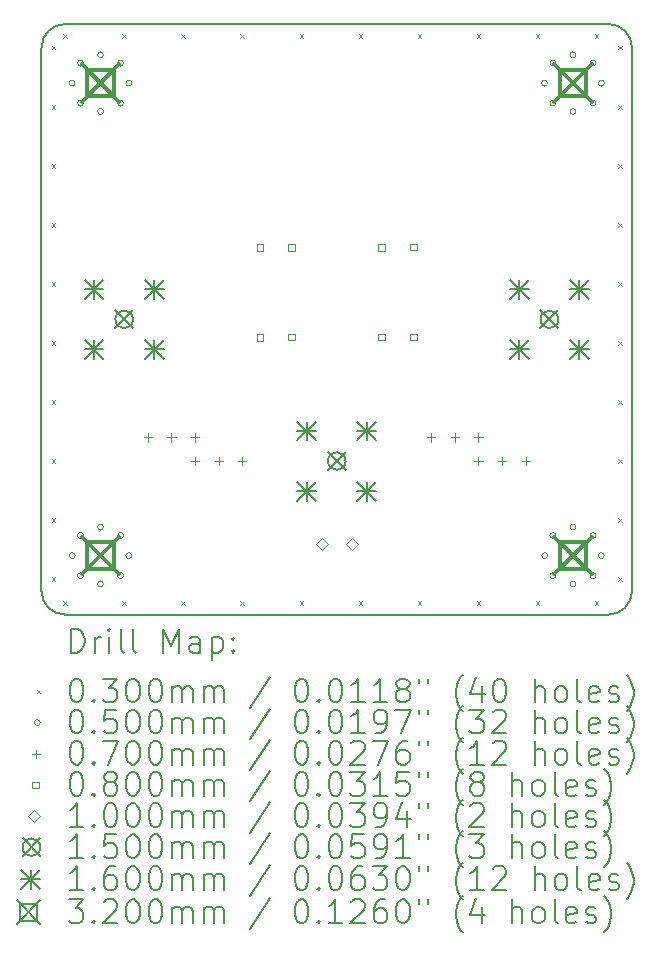
<source format=gbr>
%TF.GenerationSoftware,KiCad,Pcbnew,7.0.10-7.0.10~ubuntu22.04.1*%
%TF.CreationDate,2024-01-03T18:17:23-08:00*%
%TF.ProjectId,YamhillDiodeRingMixer,59616d68-696c-46c4-9469-6f646552696e,A*%
%TF.SameCoordinates,Original*%
%TF.FileFunction,Drillmap*%
%TF.FilePolarity,Positive*%
%FSLAX45Y45*%
G04 Gerber Fmt 4.5, Leading zero omitted, Abs format (unit mm)*
G04 Created by KiCad (PCBNEW 7.0.10-7.0.10~ubuntu22.04.1) date 2024-01-03 18:17:23*
%MOMM*%
%LPD*%
G01*
G04 APERTURE LIST*
%ADD10C,0.200000*%
%ADD11C,0.100000*%
%ADD12C,0.150000*%
%ADD13C,0.160000*%
%ADD14C,0.320000*%
G04 APERTURE END LIST*
D10*
X14800000Y-10000000D02*
X10200000Y-10000000D01*
X10000000Y-9800000D02*
G75*
G03*
X10200000Y-10000000I200000J0D01*
G01*
X15000000Y-5200000D02*
G75*
G03*
X14800000Y-5000000I-200000J0D01*
G01*
X10200000Y-5000000D02*
G75*
G03*
X10000000Y-5200000I0J-200000D01*
G01*
X10000000Y-9800000D02*
X10000000Y-5200000D01*
X10200000Y-5000000D02*
X14800000Y-5000000D01*
X14800000Y-10000000D02*
G75*
G03*
X15000000Y-9800000I0J200000D01*
G01*
X15000000Y-5200000D02*
X15000000Y-9800000D01*
D11*
X10085000Y-5185000D02*
X10115000Y-5215000D01*
X10115000Y-5185000D02*
X10085000Y-5215000D01*
X10085000Y-5685000D02*
X10115000Y-5715000D01*
X10115000Y-5685000D02*
X10085000Y-5715000D01*
X10085000Y-6185000D02*
X10115000Y-6215000D01*
X10115000Y-6185000D02*
X10085000Y-6215000D01*
X10085000Y-6685000D02*
X10115000Y-6715000D01*
X10115000Y-6685000D02*
X10085000Y-6715000D01*
X10085000Y-7185000D02*
X10115000Y-7215000D01*
X10115000Y-7185000D02*
X10085000Y-7215000D01*
X10085000Y-7685000D02*
X10115000Y-7715000D01*
X10115000Y-7685000D02*
X10085000Y-7715000D01*
X10085000Y-8185000D02*
X10115000Y-8215000D01*
X10115000Y-8185000D02*
X10085000Y-8215000D01*
X10085000Y-8685000D02*
X10115000Y-8715000D01*
X10115000Y-8685000D02*
X10085000Y-8715000D01*
X10085000Y-9185000D02*
X10115000Y-9215000D01*
X10115000Y-9185000D02*
X10085000Y-9215000D01*
X10085000Y-9685000D02*
X10115000Y-9715000D01*
X10115000Y-9685000D02*
X10085000Y-9715000D01*
X10185000Y-5085000D02*
X10215000Y-5115000D01*
X10215000Y-5085000D02*
X10185000Y-5115000D01*
X10185000Y-9885000D02*
X10215000Y-9915000D01*
X10215000Y-9885000D02*
X10185000Y-9915000D01*
X10685000Y-5085000D02*
X10715000Y-5115000D01*
X10715000Y-5085000D02*
X10685000Y-5115000D01*
X10685000Y-9885000D02*
X10715000Y-9915000D01*
X10715000Y-9885000D02*
X10685000Y-9915000D01*
X11185000Y-5085000D02*
X11215000Y-5115000D01*
X11215000Y-5085000D02*
X11185000Y-5115000D01*
X11185000Y-9885000D02*
X11215000Y-9915000D01*
X11215000Y-9885000D02*
X11185000Y-9915000D01*
X11685000Y-5085000D02*
X11715000Y-5115000D01*
X11715000Y-5085000D02*
X11685000Y-5115000D01*
X11685000Y-9885000D02*
X11715000Y-9915000D01*
X11715000Y-9885000D02*
X11685000Y-9915000D01*
X12185000Y-5085000D02*
X12215000Y-5115000D01*
X12215000Y-5085000D02*
X12185000Y-5115000D01*
X12185000Y-9885000D02*
X12215000Y-9915000D01*
X12215000Y-9885000D02*
X12185000Y-9915000D01*
X12685000Y-5085000D02*
X12715000Y-5115000D01*
X12715000Y-5085000D02*
X12685000Y-5115000D01*
X12685000Y-9885000D02*
X12715000Y-9915000D01*
X12715000Y-9885000D02*
X12685000Y-9915000D01*
X13185000Y-5085000D02*
X13215000Y-5115000D01*
X13215000Y-5085000D02*
X13185000Y-5115000D01*
X13185000Y-9885000D02*
X13215000Y-9915000D01*
X13215000Y-9885000D02*
X13185000Y-9915000D01*
X13685000Y-5085000D02*
X13715000Y-5115000D01*
X13715000Y-5085000D02*
X13685000Y-5115000D01*
X13685000Y-9885000D02*
X13715000Y-9915000D01*
X13715000Y-9885000D02*
X13685000Y-9915000D01*
X14185000Y-5085000D02*
X14215000Y-5115000D01*
X14215000Y-5085000D02*
X14185000Y-5115000D01*
X14185000Y-9885000D02*
X14215000Y-9915000D01*
X14215000Y-9885000D02*
X14185000Y-9915000D01*
X14685000Y-5085000D02*
X14715000Y-5115000D01*
X14715000Y-5085000D02*
X14685000Y-5115000D01*
X14685000Y-9885000D02*
X14715000Y-9915000D01*
X14715000Y-9885000D02*
X14685000Y-9915000D01*
X14885000Y-5185000D02*
X14915000Y-5215000D01*
X14915000Y-5185000D02*
X14885000Y-5215000D01*
X14885000Y-5685000D02*
X14915000Y-5715000D01*
X14915000Y-5685000D02*
X14885000Y-5715000D01*
X14885000Y-6185000D02*
X14915000Y-6215000D01*
X14915000Y-6185000D02*
X14885000Y-6215000D01*
X14885000Y-6685000D02*
X14915000Y-6715000D01*
X14915000Y-6685000D02*
X14885000Y-6715000D01*
X14885000Y-7185000D02*
X14915000Y-7215000D01*
X14915000Y-7185000D02*
X14885000Y-7215000D01*
X14885000Y-7685000D02*
X14915000Y-7715000D01*
X14915000Y-7685000D02*
X14885000Y-7715000D01*
X14885000Y-8185000D02*
X14915000Y-8215000D01*
X14915000Y-8185000D02*
X14885000Y-8215000D01*
X14885000Y-8685000D02*
X14915000Y-8715000D01*
X14915000Y-8685000D02*
X14885000Y-8715000D01*
X14885000Y-9185000D02*
X14915000Y-9215000D01*
X14915000Y-9185000D02*
X14885000Y-9215000D01*
X14885000Y-9685000D02*
X14915000Y-9715000D01*
X14915000Y-9685000D02*
X14885000Y-9715000D01*
X10285000Y-5500000D02*
G75*
G03*
X10235000Y-5500000I-25000J0D01*
G01*
X10235000Y-5500000D02*
G75*
G03*
X10285000Y-5500000I25000J0D01*
G01*
X10285000Y-9500000D02*
G75*
G03*
X10235000Y-9500000I-25000J0D01*
G01*
X10235000Y-9500000D02*
G75*
G03*
X10285000Y-9500000I25000J0D01*
G01*
X10355294Y-5330294D02*
G75*
G03*
X10305294Y-5330294I-25000J0D01*
G01*
X10305294Y-5330294D02*
G75*
G03*
X10355294Y-5330294I25000J0D01*
G01*
X10355294Y-5669706D02*
G75*
G03*
X10305294Y-5669706I-25000J0D01*
G01*
X10305294Y-5669706D02*
G75*
G03*
X10355294Y-5669706I25000J0D01*
G01*
X10355294Y-9330294D02*
G75*
G03*
X10305294Y-9330294I-25000J0D01*
G01*
X10305294Y-9330294D02*
G75*
G03*
X10355294Y-9330294I25000J0D01*
G01*
X10355294Y-9669706D02*
G75*
G03*
X10305294Y-9669706I-25000J0D01*
G01*
X10305294Y-9669706D02*
G75*
G03*
X10355294Y-9669706I25000J0D01*
G01*
X10525000Y-5260000D02*
G75*
G03*
X10475000Y-5260000I-25000J0D01*
G01*
X10475000Y-5260000D02*
G75*
G03*
X10525000Y-5260000I25000J0D01*
G01*
X10525000Y-5740000D02*
G75*
G03*
X10475000Y-5740000I-25000J0D01*
G01*
X10475000Y-5740000D02*
G75*
G03*
X10525000Y-5740000I25000J0D01*
G01*
X10525000Y-9260000D02*
G75*
G03*
X10475000Y-9260000I-25000J0D01*
G01*
X10475000Y-9260000D02*
G75*
G03*
X10525000Y-9260000I25000J0D01*
G01*
X10525000Y-9740000D02*
G75*
G03*
X10475000Y-9740000I-25000J0D01*
G01*
X10475000Y-9740000D02*
G75*
G03*
X10525000Y-9740000I25000J0D01*
G01*
X10694706Y-5330294D02*
G75*
G03*
X10644706Y-5330294I-25000J0D01*
G01*
X10644706Y-5330294D02*
G75*
G03*
X10694706Y-5330294I25000J0D01*
G01*
X10694706Y-5669706D02*
G75*
G03*
X10644706Y-5669706I-25000J0D01*
G01*
X10644706Y-5669706D02*
G75*
G03*
X10694706Y-5669706I25000J0D01*
G01*
X10694706Y-9330294D02*
G75*
G03*
X10644706Y-9330294I-25000J0D01*
G01*
X10644706Y-9330294D02*
G75*
G03*
X10694706Y-9330294I25000J0D01*
G01*
X10694706Y-9669706D02*
G75*
G03*
X10644706Y-9669706I-25000J0D01*
G01*
X10644706Y-9669706D02*
G75*
G03*
X10694706Y-9669706I25000J0D01*
G01*
X10765000Y-5500000D02*
G75*
G03*
X10715000Y-5500000I-25000J0D01*
G01*
X10715000Y-5500000D02*
G75*
G03*
X10765000Y-5500000I25000J0D01*
G01*
X10765000Y-9500000D02*
G75*
G03*
X10715000Y-9500000I-25000J0D01*
G01*
X10715000Y-9500000D02*
G75*
G03*
X10765000Y-9500000I25000J0D01*
G01*
X14285000Y-5500000D02*
G75*
G03*
X14235000Y-5500000I-25000J0D01*
G01*
X14235000Y-5500000D02*
G75*
G03*
X14285000Y-5500000I25000J0D01*
G01*
X14285000Y-9500000D02*
G75*
G03*
X14235000Y-9500000I-25000J0D01*
G01*
X14235000Y-9500000D02*
G75*
G03*
X14285000Y-9500000I25000J0D01*
G01*
X14355294Y-5330294D02*
G75*
G03*
X14305294Y-5330294I-25000J0D01*
G01*
X14305294Y-5330294D02*
G75*
G03*
X14355294Y-5330294I25000J0D01*
G01*
X14355294Y-5669706D02*
G75*
G03*
X14305294Y-5669706I-25000J0D01*
G01*
X14305294Y-5669706D02*
G75*
G03*
X14355294Y-5669706I25000J0D01*
G01*
X14355294Y-9330294D02*
G75*
G03*
X14305294Y-9330294I-25000J0D01*
G01*
X14305294Y-9330294D02*
G75*
G03*
X14355294Y-9330294I25000J0D01*
G01*
X14355294Y-9669706D02*
G75*
G03*
X14305294Y-9669706I-25000J0D01*
G01*
X14305294Y-9669706D02*
G75*
G03*
X14355294Y-9669706I25000J0D01*
G01*
X14525000Y-5260000D02*
G75*
G03*
X14475000Y-5260000I-25000J0D01*
G01*
X14475000Y-5260000D02*
G75*
G03*
X14525000Y-5260000I25000J0D01*
G01*
X14525000Y-5740000D02*
G75*
G03*
X14475000Y-5740000I-25000J0D01*
G01*
X14475000Y-5740000D02*
G75*
G03*
X14525000Y-5740000I25000J0D01*
G01*
X14525000Y-9260000D02*
G75*
G03*
X14475000Y-9260000I-25000J0D01*
G01*
X14475000Y-9260000D02*
G75*
G03*
X14525000Y-9260000I25000J0D01*
G01*
X14525000Y-9740000D02*
G75*
G03*
X14475000Y-9740000I-25000J0D01*
G01*
X14475000Y-9740000D02*
G75*
G03*
X14525000Y-9740000I25000J0D01*
G01*
X14694706Y-5330294D02*
G75*
G03*
X14644706Y-5330294I-25000J0D01*
G01*
X14644706Y-5330294D02*
G75*
G03*
X14694706Y-5330294I25000J0D01*
G01*
X14694706Y-5669706D02*
G75*
G03*
X14644706Y-5669706I-25000J0D01*
G01*
X14644706Y-5669706D02*
G75*
G03*
X14694706Y-5669706I25000J0D01*
G01*
X14694706Y-9330294D02*
G75*
G03*
X14644706Y-9330294I-25000J0D01*
G01*
X14644706Y-9330294D02*
G75*
G03*
X14694706Y-9330294I25000J0D01*
G01*
X14694706Y-9669706D02*
G75*
G03*
X14644706Y-9669706I-25000J0D01*
G01*
X14644706Y-9669706D02*
G75*
G03*
X14694706Y-9669706I25000J0D01*
G01*
X14765000Y-5500000D02*
G75*
G03*
X14715000Y-5500000I-25000J0D01*
G01*
X14715000Y-5500000D02*
G75*
G03*
X14765000Y-5500000I25000J0D01*
G01*
X14765000Y-9500000D02*
G75*
G03*
X14715000Y-9500000I-25000J0D01*
G01*
X14715000Y-9500000D02*
G75*
G03*
X14765000Y-9500000I25000J0D01*
G01*
X10900000Y-8465000D02*
X10900000Y-8535000D01*
X10865000Y-8500000D02*
X10935000Y-8500000D01*
X11100000Y-8465000D02*
X11100000Y-8535000D01*
X11065000Y-8500000D02*
X11135000Y-8500000D01*
X11300000Y-8465000D02*
X11300000Y-8535000D01*
X11265000Y-8500000D02*
X11335000Y-8500000D01*
X11300000Y-8665000D02*
X11300000Y-8735000D01*
X11265000Y-8700000D02*
X11335000Y-8700000D01*
X11500000Y-8665000D02*
X11500000Y-8735000D01*
X11465000Y-8700000D02*
X11535000Y-8700000D01*
X11700000Y-8665000D02*
X11700000Y-8735000D01*
X11665000Y-8700000D02*
X11735000Y-8700000D01*
X13300000Y-8465000D02*
X13300000Y-8535000D01*
X13265000Y-8500000D02*
X13335000Y-8500000D01*
X13500000Y-8465000D02*
X13500000Y-8535000D01*
X13465000Y-8500000D02*
X13535000Y-8500000D01*
X13700000Y-8465000D02*
X13700000Y-8535000D01*
X13665000Y-8500000D02*
X13735000Y-8500000D01*
X13700000Y-8665000D02*
X13700000Y-8735000D01*
X13665000Y-8700000D02*
X13735000Y-8700000D01*
X13900000Y-8665000D02*
X13900000Y-8735000D01*
X13865000Y-8700000D02*
X13935000Y-8700000D01*
X14100000Y-8665000D02*
X14100000Y-8735000D01*
X14065000Y-8700000D02*
X14135000Y-8700000D01*
X11878284Y-6917284D02*
X11878284Y-6860715D01*
X11821715Y-6860715D01*
X11821715Y-6917284D01*
X11878284Y-6917284D01*
X11878284Y-7679284D02*
X11878284Y-7622715D01*
X11821715Y-7622715D01*
X11821715Y-7679284D01*
X11878284Y-7679284D01*
X12147284Y-6918284D02*
X12147284Y-6861715D01*
X12090715Y-6861715D01*
X12090715Y-6918284D01*
X12147284Y-6918284D01*
X12147284Y-7678284D02*
X12147284Y-7621715D01*
X12090715Y-7621715D01*
X12090715Y-7678284D01*
X12147284Y-7678284D01*
X12909284Y-6918284D02*
X12909284Y-6861715D01*
X12852715Y-6861715D01*
X12852715Y-6918284D01*
X12909284Y-6918284D01*
X12909284Y-7678284D02*
X12909284Y-7621715D01*
X12852715Y-7621715D01*
X12852715Y-7678284D01*
X12909284Y-7678284D01*
X13178284Y-6916284D02*
X13178284Y-6859715D01*
X13121715Y-6859715D01*
X13121715Y-6916284D01*
X13178284Y-6916284D01*
X13178284Y-7678284D02*
X13178284Y-7621715D01*
X13121715Y-7621715D01*
X13121715Y-7678284D01*
X13178284Y-7678284D01*
X12372500Y-9450000D02*
X12422500Y-9400000D01*
X12372500Y-9350000D01*
X12322500Y-9400000D01*
X12372500Y-9450000D01*
X12626500Y-9450000D02*
X12676500Y-9400000D01*
X12626500Y-9350000D01*
X12576500Y-9400000D01*
X12626500Y-9450000D01*
D12*
X10625000Y-7425000D02*
X10775000Y-7575000D01*
X10775000Y-7425000D02*
X10625000Y-7575000D01*
X10775000Y-7500000D02*
G75*
G03*
X10625000Y-7500000I-75000J0D01*
G01*
X10625000Y-7500000D02*
G75*
G03*
X10775000Y-7500000I75000J0D01*
G01*
X12425000Y-8625000D02*
X12575000Y-8775000D01*
X12575000Y-8625000D02*
X12425000Y-8775000D01*
X12575000Y-8700000D02*
G75*
G03*
X12425000Y-8700000I-75000J0D01*
G01*
X12425000Y-8700000D02*
G75*
G03*
X12575000Y-8700000I75000J0D01*
G01*
X14225000Y-7425000D02*
X14375000Y-7575000D01*
X14375000Y-7425000D02*
X14225000Y-7575000D01*
X14375000Y-7500000D02*
G75*
G03*
X14225000Y-7500000I-75000J0D01*
G01*
X14225000Y-7500000D02*
G75*
G03*
X14375000Y-7500000I75000J0D01*
G01*
D13*
X10365000Y-7165000D02*
X10525000Y-7325000D01*
X10525000Y-7165000D02*
X10365000Y-7325000D01*
X10445000Y-7165000D02*
X10445000Y-7325000D01*
X10365000Y-7245000D02*
X10525000Y-7245000D01*
X10365000Y-7675000D02*
X10525000Y-7835000D01*
X10525000Y-7675000D02*
X10365000Y-7835000D01*
X10445000Y-7675000D02*
X10445000Y-7835000D01*
X10365000Y-7755000D02*
X10525000Y-7755000D01*
X10875000Y-7165000D02*
X11035000Y-7325000D01*
X11035000Y-7165000D02*
X10875000Y-7325000D01*
X10955000Y-7165000D02*
X10955000Y-7325000D01*
X10875000Y-7245000D02*
X11035000Y-7245000D01*
X10875000Y-7675000D02*
X11035000Y-7835000D01*
X11035000Y-7675000D02*
X10875000Y-7835000D01*
X10955000Y-7675000D02*
X10955000Y-7835000D01*
X10875000Y-7755000D02*
X11035000Y-7755000D01*
X12165000Y-8365000D02*
X12325000Y-8525000D01*
X12325000Y-8365000D02*
X12165000Y-8525000D01*
X12245000Y-8365000D02*
X12245000Y-8525000D01*
X12165000Y-8445000D02*
X12325000Y-8445000D01*
X12165000Y-8875000D02*
X12325000Y-9035000D01*
X12325000Y-8875000D02*
X12165000Y-9035000D01*
X12245000Y-8875000D02*
X12245000Y-9035000D01*
X12165000Y-8955000D02*
X12325000Y-8955000D01*
X12675000Y-8365000D02*
X12835000Y-8525000D01*
X12835000Y-8365000D02*
X12675000Y-8525000D01*
X12755000Y-8365000D02*
X12755000Y-8525000D01*
X12675000Y-8445000D02*
X12835000Y-8445000D01*
X12675000Y-8875000D02*
X12835000Y-9035000D01*
X12835000Y-8875000D02*
X12675000Y-9035000D01*
X12755000Y-8875000D02*
X12755000Y-9035000D01*
X12675000Y-8955000D02*
X12835000Y-8955000D01*
X13965000Y-7165000D02*
X14125000Y-7325000D01*
X14125000Y-7165000D02*
X13965000Y-7325000D01*
X14045000Y-7165000D02*
X14045000Y-7325000D01*
X13965000Y-7245000D02*
X14125000Y-7245000D01*
X13965000Y-7675000D02*
X14125000Y-7835000D01*
X14125000Y-7675000D02*
X13965000Y-7835000D01*
X14045000Y-7675000D02*
X14045000Y-7835000D01*
X13965000Y-7755000D02*
X14125000Y-7755000D01*
X14475000Y-7165000D02*
X14635000Y-7325000D01*
X14635000Y-7165000D02*
X14475000Y-7325000D01*
X14555000Y-7165000D02*
X14555000Y-7325000D01*
X14475000Y-7245000D02*
X14635000Y-7245000D01*
X14475000Y-7675000D02*
X14635000Y-7835000D01*
X14635000Y-7675000D02*
X14475000Y-7835000D01*
X14555000Y-7675000D02*
X14555000Y-7835000D01*
X14475000Y-7755000D02*
X14635000Y-7755000D01*
D14*
X10340000Y-5340000D02*
X10660000Y-5660000D01*
X10660000Y-5340000D02*
X10340000Y-5660000D01*
X10613138Y-5613138D02*
X10613138Y-5386862D01*
X10386862Y-5386862D01*
X10386862Y-5613138D01*
X10613138Y-5613138D01*
X10340000Y-9340000D02*
X10660000Y-9660000D01*
X10660000Y-9340000D02*
X10340000Y-9660000D01*
X10613138Y-9613138D02*
X10613138Y-9386862D01*
X10386862Y-9386862D01*
X10386862Y-9613138D01*
X10613138Y-9613138D01*
X14340000Y-5340000D02*
X14660000Y-5660000D01*
X14660000Y-5340000D02*
X14340000Y-5660000D01*
X14613138Y-5613138D02*
X14613138Y-5386862D01*
X14386862Y-5386862D01*
X14386862Y-5613138D01*
X14613138Y-5613138D01*
X14340000Y-9340000D02*
X14660000Y-9660000D01*
X14660000Y-9340000D02*
X14340000Y-9660000D01*
X14613138Y-9613138D02*
X14613138Y-9386862D01*
X14386862Y-9386862D01*
X14386862Y-9613138D01*
X14613138Y-9613138D01*
D10*
X10250777Y-10321484D02*
X10250777Y-10121484D01*
X10250777Y-10121484D02*
X10298396Y-10121484D01*
X10298396Y-10121484D02*
X10326967Y-10131008D01*
X10326967Y-10131008D02*
X10346015Y-10150055D01*
X10346015Y-10150055D02*
X10355539Y-10169103D01*
X10355539Y-10169103D02*
X10365063Y-10207198D01*
X10365063Y-10207198D02*
X10365063Y-10235770D01*
X10365063Y-10235770D02*
X10355539Y-10273865D01*
X10355539Y-10273865D02*
X10346015Y-10292912D01*
X10346015Y-10292912D02*
X10326967Y-10311960D01*
X10326967Y-10311960D02*
X10298396Y-10321484D01*
X10298396Y-10321484D02*
X10250777Y-10321484D01*
X10450777Y-10321484D02*
X10450777Y-10188150D01*
X10450777Y-10226246D02*
X10460301Y-10207198D01*
X10460301Y-10207198D02*
X10469824Y-10197674D01*
X10469824Y-10197674D02*
X10488872Y-10188150D01*
X10488872Y-10188150D02*
X10507920Y-10188150D01*
X10574586Y-10321484D02*
X10574586Y-10188150D01*
X10574586Y-10121484D02*
X10565063Y-10131008D01*
X10565063Y-10131008D02*
X10574586Y-10140531D01*
X10574586Y-10140531D02*
X10584110Y-10131008D01*
X10584110Y-10131008D02*
X10574586Y-10121484D01*
X10574586Y-10121484D02*
X10574586Y-10140531D01*
X10698396Y-10321484D02*
X10679348Y-10311960D01*
X10679348Y-10311960D02*
X10669824Y-10292912D01*
X10669824Y-10292912D02*
X10669824Y-10121484D01*
X10803158Y-10321484D02*
X10784110Y-10311960D01*
X10784110Y-10311960D02*
X10774586Y-10292912D01*
X10774586Y-10292912D02*
X10774586Y-10121484D01*
X11031729Y-10321484D02*
X11031729Y-10121484D01*
X11031729Y-10121484D02*
X11098396Y-10264341D01*
X11098396Y-10264341D02*
X11165063Y-10121484D01*
X11165063Y-10121484D02*
X11165063Y-10321484D01*
X11346015Y-10321484D02*
X11346015Y-10216722D01*
X11346015Y-10216722D02*
X11336491Y-10197674D01*
X11336491Y-10197674D02*
X11317443Y-10188150D01*
X11317443Y-10188150D02*
X11279348Y-10188150D01*
X11279348Y-10188150D02*
X11260301Y-10197674D01*
X11346015Y-10311960D02*
X11326967Y-10321484D01*
X11326967Y-10321484D02*
X11279348Y-10321484D01*
X11279348Y-10321484D02*
X11260301Y-10311960D01*
X11260301Y-10311960D02*
X11250777Y-10292912D01*
X11250777Y-10292912D02*
X11250777Y-10273865D01*
X11250777Y-10273865D02*
X11260301Y-10254817D01*
X11260301Y-10254817D02*
X11279348Y-10245293D01*
X11279348Y-10245293D02*
X11326967Y-10245293D01*
X11326967Y-10245293D02*
X11346015Y-10235770D01*
X11441253Y-10188150D02*
X11441253Y-10388150D01*
X11441253Y-10197674D02*
X11460301Y-10188150D01*
X11460301Y-10188150D02*
X11498396Y-10188150D01*
X11498396Y-10188150D02*
X11517443Y-10197674D01*
X11517443Y-10197674D02*
X11526967Y-10207198D01*
X11526967Y-10207198D02*
X11536491Y-10226246D01*
X11536491Y-10226246D02*
X11536491Y-10283389D01*
X11536491Y-10283389D02*
X11526967Y-10302436D01*
X11526967Y-10302436D02*
X11517443Y-10311960D01*
X11517443Y-10311960D02*
X11498396Y-10321484D01*
X11498396Y-10321484D02*
X11460301Y-10321484D01*
X11460301Y-10321484D02*
X11441253Y-10311960D01*
X11622205Y-10302436D02*
X11631729Y-10311960D01*
X11631729Y-10311960D02*
X11622205Y-10321484D01*
X11622205Y-10321484D02*
X11612682Y-10311960D01*
X11612682Y-10311960D02*
X11622205Y-10302436D01*
X11622205Y-10302436D02*
X11622205Y-10321484D01*
X11622205Y-10197674D02*
X11631729Y-10207198D01*
X11631729Y-10207198D02*
X11622205Y-10216722D01*
X11622205Y-10216722D02*
X11612682Y-10207198D01*
X11612682Y-10207198D02*
X11622205Y-10197674D01*
X11622205Y-10197674D02*
X11622205Y-10216722D01*
D11*
X9960000Y-10635000D02*
X9990000Y-10665000D01*
X9990000Y-10635000D02*
X9960000Y-10665000D01*
D10*
X10288872Y-10541484D02*
X10307920Y-10541484D01*
X10307920Y-10541484D02*
X10326967Y-10551008D01*
X10326967Y-10551008D02*
X10336491Y-10560531D01*
X10336491Y-10560531D02*
X10346015Y-10579579D01*
X10346015Y-10579579D02*
X10355539Y-10617674D01*
X10355539Y-10617674D02*
X10355539Y-10665293D01*
X10355539Y-10665293D02*
X10346015Y-10703389D01*
X10346015Y-10703389D02*
X10336491Y-10722436D01*
X10336491Y-10722436D02*
X10326967Y-10731960D01*
X10326967Y-10731960D02*
X10307920Y-10741484D01*
X10307920Y-10741484D02*
X10288872Y-10741484D01*
X10288872Y-10741484D02*
X10269824Y-10731960D01*
X10269824Y-10731960D02*
X10260301Y-10722436D01*
X10260301Y-10722436D02*
X10250777Y-10703389D01*
X10250777Y-10703389D02*
X10241253Y-10665293D01*
X10241253Y-10665293D02*
X10241253Y-10617674D01*
X10241253Y-10617674D02*
X10250777Y-10579579D01*
X10250777Y-10579579D02*
X10260301Y-10560531D01*
X10260301Y-10560531D02*
X10269824Y-10551008D01*
X10269824Y-10551008D02*
X10288872Y-10541484D01*
X10441253Y-10722436D02*
X10450777Y-10731960D01*
X10450777Y-10731960D02*
X10441253Y-10741484D01*
X10441253Y-10741484D02*
X10431729Y-10731960D01*
X10431729Y-10731960D02*
X10441253Y-10722436D01*
X10441253Y-10722436D02*
X10441253Y-10741484D01*
X10517444Y-10541484D02*
X10641253Y-10541484D01*
X10641253Y-10541484D02*
X10574586Y-10617674D01*
X10574586Y-10617674D02*
X10603158Y-10617674D01*
X10603158Y-10617674D02*
X10622205Y-10627198D01*
X10622205Y-10627198D02*
X10631729Y-10636722D01*
X10631729Y-10636722D02*
X10641253Y-10655770D01*
X10641253Y-10655770D02*
X10641253Y-10703389D01*
X10641253Y-10703389D02*
X10631729Y-10722436D01*
X10631729Y-10722436D02*
X10622205Y-10731960D01*
X10622205Y-10731960D02*
X10603158Y-10741484D01*
X10603158Y-10741484D02*
X10546015Y-10741484D01*
X10546015Y-10741484D02*
X10526967Y-10731960D01*
X10526967Y-10731960D02*
X10517444Y-10722436D01*
X10765063Y-10541484D02*
X10784110Y-10541484D01*
X10784110Y-10541484D02*
X10803158Y-10551008D01*
X10803158Y-10551008D02*
X10812682Y-10560531D01*
X10812682Y-10560531D02*
X10822205Y-10579579D01*
X10822205Y-10579579D02*
X10831729Y-10617674D01*
X10831729Y-10617674D02*
X10831729Y-10665293D01*
X10831729Y-10665293D02*
X10822205Y-10703389D01*
X10822205Y-10703389D02*
X10812682Y-10722436D01*
X10812682Y-10722436D02*
X10803158Y-10731960D01*
X10803158Y-10731960D02*
X10784110Y-10741484D01*
X10784110Y-10741484D02*
X10765063Y-10741484D01*
X10765063Y-10741484D02*
X10746015Y-10731960D01*
X10746015Y-10731960D02*
X10736491Y-10722436D01*
X10736491Y-10722436D02*
X10726967Y-10703389D01*
X10726967Y-10703389D02*
X10717444Y-10665293D01*
X10717444Y-10665293D02*
X10717444Y-10617674D01*
X10717444Y-10617674D02*
X10726967Y-10579579D01*
X10726967Y-10579579D02*
X10736491Y-10560531D01*
X10736491Y-10560531D02*
X10746015Y-10551008D01*
X10746015Y-10551008D02*
X10765063Y-10541484D01*
X10955539Y-10541484D02*
X10974586Y-10541484D01*
X10974586Y-10541484D02*
X10993634Y-10551008D01*
X10993634Y-10551008D02*
X11003158Y-10560531D01*
X11003158Y-10560531D02*
X11012682Y-10579579D01*
X11012682Y-10579579D02*
X11022205Y-10617674D01*
X11022205Y-10617674D02*
X11022205Y-10665293D01*
X11022205Y-10665293D02*
X11012682Y-10703389D01*
X11012682Y-10703389D02*
X11003158Y-10722436D01*
X11003158Y-10722436D02*
X10993634Y-10731960D01*
X10993634Y-10731960D02*
X10974586Y-10741484D01*
X10974586Y-10741484D02*
X10955539Y-10741484D01*
X10955539Y-10741484D02*
X10936491Y-10731960D01*
X10936491Y-10731960D02*
X10926967Y-10722436D01*
X10926967Y-10722436D02*
X10917444Y-10703389D01*
X10917444Y-10703389D02*
X10907920Y-10665293D01*
X10907920Y-10665293D02*
X10907920Y-10617674D01*
X10907920Y-10617674D02*
X10917444Y-10579579D01*
X10917444Y-10579579D02*
X10926967Y-10560531D01*
X10926967Y-10560531D02*
X10936491Y-10551008D01*
X10936491Y-10551008D02*
X10955539Y-10541484D01*
X11107920Y-10741484D02*
X11107920Y-10608150D01*
X11107920Y-10627198D02*
X11117444Y-10617674D01*
X11117444Y-10617674D02*
X11136491Y-10608150D01*
X11136491Y-10608150D02*
X11165063Y-10608150D01*
X11165063Y-10608150D02*
X11184110Y-10617674D01*
X11184110Y-10617674D02*
X11193634Y-10636722D01*
X11193634Y-10636722D02*
X11193634Y-10741484D01*
X11193634Y-10636722D02*
X11203158Y-10617674D01*
X11203158Y-10617674D02*
X11222205Y-10608150D01*
X11222205Y-10608150D02*
X11250777Y-10608150D01*
X11250777Y-10608150D02*
X11269824Y-10617674D01*
X11269824Y-10617674D02*
X11279348Y-10636722D01*
X11279348Y-10636722D02*
X11279348Y-10741484D01*
X11374586Y-10741484D02*
X11374586Y-10608150D01*
X11374586Y-10627198D02*
X11384110Y-10617674D01*
X11384110Y-10617674D02*
X11403158Y-10608150D01*
X11403158Y-10608150D02*
X11431729Y-10608150D01*
X11431729Y-10608150D02*
X11450777Y-10617674D01*
X11450777Y-10617674D02*
X11460301Y-10636722D01*
X11460301Y-10636722D02*
X11460301Y-10741484D01*
X11460301Y-10636722D02*
X11469824Y-10617674D01*
X11469824Y-10617674D02*
X11488872Y-10608150D01*
X11488872Y-10608150D02*
X11517443Y-10608150D01*
X11517443Y-10608150D02*
X11536491Y-10617674D01*
X11536491Y-10617674D02*
X11546015Y-10636722D01*
X11546015Y-10636722D02*
X11546015Y-10741484D01*
X11936491Y-10531960D02*
X11765063Y-10789103D01*
X12193634Y-10541484D02*
X12212682Y-10541484D01*
X12212682Y-10541484D02*
X12231729Y-10551008D01*
X12231729Y-10551008D02*
X12241253Y-10560531D01*
X12241253Y-10560531D02*
X12250777Y-10579579D01*
X12250777Y-10579579D02*
X12260301Y-10617674D01*
X12260301Y-10617674D02*
X12260301Y-10665293D01*
X12260301Y-10665293D02*
X12250777Y-10703389D01*
X12250777Y-10703389D02*
X12241253Y-10722436D01*
X12241253Y-10722436D02*
X12231729Y-10731960D01*
X12231729Y-10731960D02*
X12212682Y-10741484D01*
X12212682Y-10741484D02*
X12193634Y-10741484D01*
X12193634Y-10741484D02*
X12174586Y-10731960D01*
X12174586Y-10731960D02*
X12165063Y-10722436D01*
X12165063Y-10722436D02*
X12155539Y-10703389D01*
X12155539Y-10703389D02*
X12146015Y-10665293D01*
X12146015Y-10665293D02*
X12146015Y-10617674D01*
X12146015Y-10617674D02*
X12155539Y-10579579D01*
X12155539Y-10579579D02*
X12165063Y-10560531D01*
X12165063Y-10560531D02*
X12174586Y-10551008D01*
X12174586Y-10551008D02*
X12193634Y-10541484D01*
X12346015Y-10722436D02*
X12355539Y-10731960D01*
X12355539Y-10731960D02*
X12346015Y-10741484D01*
X12346015Y-10741484D02*
X12336491Y-10731960D01*
X12336491Y-10731960D02*
X12346015Y-10722436D01*
X12346015Y-10722436D02*
X12346015Y-10741484D01*
X12479348Y-10541484D02*
X12498396Y-10541484D01*
X12498396Y-10541484D02*
X12517444Y-10551008D01*
X12517444Y-10551008D02*
X12526967Y-10560531D01*
X12526967Y-10560531D02*
X12536491Y-10579579D01*
X12536491Y-10579579D02*
X12546015Y-10617674D01*
X12546015Y-10617674D02*
X12546015Y-10665293D01*
X12546015Y-10665293D02*
X12536491Y-10703389D01*
X12536491Y-10703389D02*
X12526967Y-10722436D01*
X12526967Y-10722436D02*
X12517444Y-10731960D01*
X12517444Y-10731960D02*
X12498396Y-10741484D01*
X12498396Y-10741484D02*
X12479348Y-10741484D01*
X12479348Y-10741484D02*
X12460301Y-10731960D01*
X12460301Y-10731960D02*
X12450777Y-10722436D01*
X12450777Y-10722436D02*
X12441253Y-10703389D01*
X12441253Y-10703389D02*
X12431729Y-10665293D01*
X12431729Y-10665293D02*
X12431729Y-10617674D01*
X12431729Y-10617674D02*
X12441253Y-10579579D01*
X12441253Y-10579579D02*
X12450777Y-10560531D01*
X12450777Y-10560531D02*
X12460301Y-10551008D01*
X12460301Y-10551008D02*
X12479348Y-10541484D01*
X12736491Y-10741484D02*
X12622206Y-10741484D01*
X12679348Y-10741484D02*
X12679348Y-10541484D01*
X12679348Y-10541484D02*
X12660301Y-10570055D01*
X12660301Y-10570055D02*
X12641253Y-10589103D01*
X12641253Y-10589103D02*
X12622206Y-10598627D01*
X12926967Y-10741484D02*
X12812682Y-10741484D01*
X12869825Y-10741484D02*
X12869825Y-10541484D01*
X12869825Y-10541484D02*
X12850777Y-10570055D01*
X12850777Y-10570055D02*
X12831729Y-10589103D01*
X12831729Y-10589103D02*
X12812682Y-10598627D01*
X13041253Y-10627198D02*
X13022206Y-10617674D01*
X13022206Y-10617674D02*
X13012682Y-10608150D01*
X13012682Y-10608150D02*
X13003158Y-10589103D01*
X13003158Y-10589103D02*
X13003158Y-10579579D01*
X13003158Y-10579579D02*
X13012682Y-10560531D01*
X13012682Y-10560531D02*
X13022206Y-10551008D01*
X13022206Y-10551008D02*
X13041253Y-10541484D01*
X13041253Y-10541484D02*
X13079348Y-10541484D01*
X13079348Y-10541484D02*
X13098396Y-10551008D01*
X13098396Y-10551008D02*
X13107920Y-10560531D01*
X13107920Y-10560531D02*
X13117444Y-10579579D01*
X13117444Y-10579579D02*
X13117444Y-10589103D01*
X13117444Y-10589103D02*
X13107920Y-10608150D01*
X13107920Y-10608150D02*
X13098396Y-10617674D01*
X13098396Y-10617674D02*
X13079348Y-10627198D01*
X13079348Y-10627198D02*
X13041253Y-10627198D01*
X13041253Y-10627198D02*
X13022206Y-10636722D01*
X13022206Y-10636722D02*
X13012682Y-10646246D01*
X13012682Y-10646246D02*
X13003158Y-10665293D01*
X13003158Y-10665293D02*
X13003158Y-10703389D01*
X13003158Y-10703389D02*
X13012682Y-10722436D01*
X13012682Y-10722436D02*
X13022206Y-10731960D01*
X13022206Y-10731960D02*
X13041253Y-10741484D01*
X13041253Y-10741484D02*
X13079348Y-10741484D01*
X13079348Y-10741484D02*
X13098396Y-10731960D01*
X13098396Y-10731960D02*
X13107920Y-10722436D01*
X13107920Y-10722436D02*
X13117444Y-10703389D01*
X13117444Y-10703389D02*
X13117444Y-10665293D01*
X13117444Y-10665293D02*
X13107920Y-10646246D01*
X13107920Y-10646246D02*
X13098396Y-10636722D01*
X13098396Y-10636722D02*
X13079348Y-10627198D01*
X13193634Y-10541484D02*
X13193634Y-10579579D01*
X13269825Y-10541484D02*
X13269825Y-10579579D01*
X13565063Y-10817674D02*
X13555539Y-10808150D01*
X13555539Y-10808150D02*
X13536491Y-10779579D01*
X13536491Y-10779579D02*
X13526968Y-10760531D01*
X13526968Y-10760531D02*
X13517444Y-10731960D01*
X13517444Y-10731960D02*
X13507920Y-10684341D01*
X13507920Y-10684341D02*
X13507920Y-10646246D01*
X13507920Y-10646246D02*
X13517444Y-10598627D01*
X13517444Y-10598627D02*
X13526968Y-10570055D01*
X13526968Y-10570055D02*
X13536491Y-10551008D01*
X13536491Y-10551008D02*
X13555539Y-10522436D01*
X13555539Y-10522436D02*
X13565063Y-10512912D01*
X13726968Y-10608150D02*
X13726968Y-10741484D01*
X13679348Y-10531960D02*
X13631729Y-10674817D01*
X13631729Y-10674817D02*
X13755539Y-10674817D01*
X13869825Y-10541484D02*
X13888872Y-10541484D01*
X13888872Y-10541484D02*
X13907920Y-10551008D01*
X13907920Y-10551008D02*
X13917444Y-10560531D01*
X13917444Y-10560531D02*
X13926968Y-10579579D01*
X13926968Y-10579579D02*
X13936491Y-10617674D01*
X13936491Y-10617674D02*
X13936491Y-10665293D01*
X13936491Y-10665293D02*
X13926968Y-10703389D01*
X13926968Y-10703389D02*
X13917444Y-10722436D01*
X13917444Y-10722436D02*
X13907920Y-10731960D01*
X13907920Y-10731960D02*
X13888872Y-10741484D01*
X13888872Y-10741484D02*
X13869825Y-10741484D01*
X13869825Y-10741484D02*
X13850777Y-10731960D01*
X13850777Y-10731960D02*
X13841253Y-10722436D01*
X13841253Y-10722436D02*
X13831729Y-10703389D01*
X13831729Y-10703389D02*
X13822206Y-10665293D01*
X13822206Y-10665293D02*
X13822206Y-10617674D01*
X13822206Y-10617674D02*
X13831729Y-10579579D01*
X13831729Y-10579579D02*
X13841253Y-10560531D01*
X13841253Y-10560531D02*
X13850777Y-10551008D01*
X13850777Y-10551008D02*
X13869825Y-10541484D01*
X14174587Y-10741484D02*
X14174587Y-10541484D01*
X14260301Y-10741484D02*
X14260301Y-10636722D01*
X14260301Y-10636722D02*
X14250777Y-10617674D01*
X14250777Y-10617674D02*
X14231730Y-10608150D01*
X14231730Y-10608150D02*
X14203158Y-10608150D01*
X14203158Y-10608150D02*
X14184110Y-10617674D01*
X14184110Y-10617674D02*
X14174587Y-10627198D01*
X14384110Y-10741484D02*
X14365063Y-10731960D01*
X14365063Y-10731960D02*
X14355539Y-10722436D01*
X14355539Y-10722436D02*
X14346015Y-10703389D01*
X14346015Y-10703389D02*
X14346015Y-10646246D01*
X14346015Y-10646246D02*
X14355539Y-10627198D01*
X14355539Y-10627198D02*
X14365063Y-10617674D01*
X14365063Y-10617674D02*
X14384110Y-10608150D01*
X14384110Y-10608150D02*
X14412682Y-10608150D01*
X14412682Y-10608150D02*
X14431730Y-10617674D01*
X14431730Y-10617674D02*
X14441253Y-10627198D01*
X14441253Y-10627198D02*
X14450777Y-10646246D01*
X14450777Y-10646246D02*
X14450777Y-10703389D01*
X14450777Y-10703389D02*
X14441253Y-10722436D01*
X14441253Y-10722436D02*
X14431730Y-10731960D01*
X14431730Y-10731960D02*
X14412682Y-10741484D01*
X14412682Y-10741484D02*
X14384110Y-10741484D01*
X14565063Y-10741484D02*
X14546015Y-10731960D01*
X14546015Y-10731960D02*
X14536491Y-10712912D01*
X14536491Y-10712912D02*
X14536491Y-10541484D01*
X14717444Y-10731960D02*
X14698396Y-10741484D01*
X14698396Y-10741484D02*
X14660301Y-10741484D01*
X14660301Y-10741484D02*
X14641253Y-10731960D01*
X14641253Y-10731960D02*
X14631730Y-10712912D01*
X14631730Y-10712912D02*
X14631730Y-10636722D01*
X14631730Y-10636722D02*
X14641253Y-10617674D01*
X14641253Y-10617674D02*
X14660301Y-10608150D01*
X14660301Y-10608150D02*
X14698396Y-10608150D01*
X14698396Y-10608150D02*
X14717444Y-10617674D01*
X14717444Y-10617674D02*
X14726968Y-10636722D01*
X14726968Y-10636722D02*
X14726968Y-10655770D01*
X14726968Y-10655770D02*
X14631730Y-10674817D01*
X14803158Y-10731960D02*
X14822206Y-10741484D01*
X14822206Y-10741484D02*
X14860301Y-10741484D01*
X14860301Y-10741484D02*
X14879349Y-10731960D01*
X14879349Y-10731960D02*
X14888872Y-10712912D01*
X14888872Y-10712912D02*
X14888872Y-10703389D01*
X14888872Y-10703389D02*
X14879349Y-10684341D01*
X14879349Y-10684341D02*
X14860301Y-10674817D01*
X14860301Y-10674817D02*
X14831730Y-10674817D01*
X14831730Y-10674817D02*
X14812682Y-10665293D01*
X14812682Y-10665293D02*
X14803158Y-10646246D01*
X14803158Y-10646246D02*
X14803158Y-10636722D01*
X14803158Y-10636722D02*
X14812682Y-10617674D01*
X14812682Y-10617674D02*
X14831730Y-10608150D01*
X14831730Y-10608150D02*
X14860301Y-10608150D01*
X14860301Y-10608150D02*
X14879349Y-10617674D01*
X14955539Y-10817674D02*
X14965063Y-10808150D01*
X14965063Y-10808150D02*
X14984111Y-10779579D01*
X14984111Y-10779579D02*
X14993634Y-10760531D01*
X14993634Y-10760531D02*
X15003158Y-10731960D01*
X15003158Y-10731960D02*
X15012682Y-10684341D01*
X15012682Y-10684341D02*
X15012682Y-10646246D01*
X15012682Y-10646246D02*
X15003158Y-10598627D01*
X15003158Y-10598627D02*
X14993634Y-10570055D01*
X14993634Y-10570055D02*
X14984111Y-10551008D01*
X14984111Y-10551008D02*
X14965063Y-10522436D01*
X14965063Y-10522436D02*
X14955539Y-10512912D01*
D11*
X9990000Y-10914000D02*
G75*
G03*
X9940000Y-10914000I-25000J0D01*
G01*
X9940000Y-10914000D02*
G75*
G03*
X9990000Y-10914000I25000J0D01*
G01*
D10*
X10288872Y-10805484D02*
X10307920Y-10805484D01*
X10307920Y-10805484D02*
X10326967Y-10815008D01*
X10326967Y-10815008D02*
X10336491Y-10824531D01*
X10336491Y-10824531D02*
X10346015Y-10843579D01*
X10346015Y-10843579D02*
X10355539Y-10881674D01*
X10355539Y-10881674D02*
X10355539Y-10929293D01*
X10355539Y-10929293D02*
X10346015Y-10967389D01*
X10346015Y-10967389D02*
X10336491Y-10986436D01*
X10336491Y-10986436D02*
X10326967Y-10995960D01*
X10326967Y-10995960D02*
X10307920Y-11005484D01*
X10307920Y-11005484D02*
X10288872Y-11005484D01*
X10288872Y-11005484D02*
X10269824Y-10995960D01*
X10269824Y-10995960D02*
X10260301Y-10986436D01*
X10260301Y-10986436D02*
X10250777Y-10967389D01*
X10250777Y-10967389D02*
X10241253Y-10929293D01*
X10241253Y-10929293D02*
X10241253Y-10881674D01*
X10241253Y-10881674D02*
X10250777Y-10843579D01*
X10250777Y-10843579D02*
X10260301Y-10824531D01*
X10260301Y-10824531D02*
X10269824Y-10815008D01*
X10269824Y-10815008D02*
X10288872Y-10805484D01*
X10441253Y-10986436D02*
X10450777Y-10995960D01*
X10450777Y-10995960D02*
X10441253Y-11005484D01*
X10441253Y-11005484D02*
X10431729Y-10995960D01*
X10431729Y-10995960D02*
X10441253Y-10986436D01*
X10441253Y-10986436D02*
X10441253Y-11005484D01*
X10631729Y-10805484D02*
X10536491Y-10805484D01*
X10536491Y-10805484D02*
X10526967Y-10900722D01*
X10526967Y-10900722D02*
X10536491Y-10891198D01*
X10536491Y-10891198D02*
X10555539Y-10881674D01*
X10555539Y-10881674D02*
X10603158Y-10881674D01*
X10603158Y-10881674D02*
X10622205Y-10891198D01*
X10622205Y-10891198D02*
X10631729Y-10900722D01*
X10631729Y-10900722D02*
X10641253Y-10919770D01*
X10641253Y-10919770D02*
X10641253Y-10967389D01*
X10641253Y-10967389D02*
X10631729Y-10986436D01*
X10631729Y-10986436D02*
X10622205Y-10995960D01*
X10622205Y-10995960D02*
X10603158Y-11005484D01*
X10603158Y-11005484D02*
X10555539Y-11005484D01*
X10555539Y-11005484D02*
X10536491Y-10995960D01*
X10536491Y-10995960D02*
X10526967Y-10986436D01*
X10765063Y-10805484D02*
X10784110Y-10805484D01*
X10784110Y-10805484D02*
X10803158Y-10815008D01*
X10803158Y-10815008D02*
X10812682Y-10824531D01*
X10812682Y-10824531D02*
X10822205Y-10843579D01*
X10822205Y-10843579D02*
X10831729Y-10881674D01*
X10831729Y-10881674D02*
X10831729Y-10929293D01*
X10831729Y-10929293D02*
X10822205Y-10967389D01*
X10822205Y-10967389D02*
X10812682Y-10986436D01*
X10812682Y-10986436D02*
X10803158Y-10995960D01*
X10803158Y-10995960D02*
X10784110Y-11005484D01*
X10784110Y-11005484D02*
X10765063Y-11005484D01*
X10765063Y-11005484D02*
X10746015Y-10995960D01*
X10746015Y-10995960D02*
X10736491Y-10986436D01*
X10736491Y-10986436D02*
X10726967Y-10967389D01*
X10726967Y-10967389D02*
X10717444Y-10929293D01*
X10717444Y-10929293D02*
X10717444Y-10881674D01*
X10717444Y-10881674D02*
X10726967Y-10843579D01*
X10726967Y-10843579D02*
X10736491Y-10824531D01*
X10736491Y-10824531D02*
X10746015Y-10815008D01*
X10746015Y-10815008D02*
X10765063Y-10805484D01*
X10955539Y-10805484D02*
X10974586Y-10805484D01*
X10974586Y-10805484D02*
X10993634Y-10815008D01*
X10993634Y-10815008D02*
X11003158Y-10824531D01*
X11003158Y-10824531D02*
X11012682Y-10843579D01*
X11012682Y-10843579D02*
X11022205Y-10881674D01*
X11022205Y-10881674D02*
X11022205Y-10929293D01*
X11022205Y-10929293D02*
X11012682Y-10967389D01*
X11012682Y-10967389D02*
X11003158Y-10986436D01*
X11003158Y-10986436D02*
X10993634Y-10995960D01*
X10993634Y-10995960D02*
X10974586Y-11005484D01*
X10974586Y-11005484D02*
X10955539Y-11005484D01*
X10955539Y-11005484D02*
X10936491Y-10995960D01*
X10936491Y-10995960D02*
X10926967Y-10986436D01*
X10926967Y-10986436D02*
X10917444Y-10967389D01*
X10917444Y-10967389D02*
X10907920Y-10929293D01*
X10907920Y-10929293D02*
X10907920Y-10881674D01*
X10907920Y-10881674D02*
X10917444Y-10843579D01*
X10917444Y-10843579D02*
X10926967Y-10824531D01*
X10926967Y-10824531D02*
X10936491Y-10815008D01*
X10936491Y-10815008D02*
X10955539Y-10805484D01*
X11107920Y-11005484D02*
X11107920Y-10872150D01*
X11107920Y-10891198D02*
X11117444Y-10881674D01*
X11117444Y-10881674D02*
X11136491Y-10872150D01*
X11136491Y-10872150D02*
X11165063Y-10872150D01*
X11165063Y-10872150D02*
X11184110Y-10881674D01*
X11184110Y-10881674D02*
X11193634Y-10900722D01*
X11193634Y-10900722D02*
X11193634Y-11005484D01*
X11193634Y-10900722D02*
X11203158Y-10881674D01*
X11203158Y-10881674D02*
X11222205Y-10872150D01*
X11222205Y-10872150D02*
X11250777Y-10872150D01*
X11250777Y-10872150D02*
X11269824Y-10881674D01*
X11269824Y-10881674D02*
X11279348Y-10900722D01*
X11279348Y-10900722D02*
X11279348Y-11005484D01*
X11374586Y-11005484D02*
X11374586Y-10872150D01*
X11374586Y-10891198D02*
X11384110Y-10881674D01*
X11384110Y-10881674D02*
X11403158Y-10872150D01*
X11403158Y-10872150D02*
X11431729Y-10872150D01*
X11431729Y-10872150D02*
X11450777Y-10881674D01*
X11450777Y-10881674D02*
X11460301Y-10900722D01*
X11460301Y-10900722D02*
X11460301Y-11005484D01*
X11460301Y-10900722D02*
X11469824Y-10881674D01*
X11469824Y-10881674D02*
X11488872Y-10872150D01*
X11488872Y-10872150D02*
X11517443Y-10872150D01*
X11517443Y-10872150D02*
X11536491Y-10881674D01*
X11536491Y-10881674D02*
X11546015Y-10900722D01*
X11546015Y-10900722D02*
X11546015Y-11005484D01*
X11936491Y-10795960D02*
X11765063Y-11053103D01*
X12193634Y-10805484D02*
X12212682Y-10805484D01*
X12212682Y-10805484D02*
X12231729Y-10815008D01*
X12231729Y-10815008D02*
X12241253Y-10824531D01*
X12241253Y-10824531D02*
X12250777Y-10843579D01*
X12250777Y-10843579D02*
X12260301Y-10881674D01*
X12260301Y-10881674D02*
X12260301Y-10929293D01*
X12260301Y-10929293D02*
X12250777Y-10967389D01*
X12250777Y-10967389D02*
X12241253Y-10986436D01*
X12241253Y-10986436D02*
X12231729Y-10995960D01*
X12231729Y-10995960D02*
X12212682Y-11005484D01*
X12212682Y-11005484D02*
X12193634Y-11005484D01*
X12193634Y-11005484D02*
X12174586Y-10995960D01*
X12174586Y-10995960D02*
X12165063Y-10986436D01*
X12165063Y-10986436D02*
X12155539Y-10967389D01*
X12155539Y-10967389D02*
X12146015Y-10929293D01*
X12146015Y-10929293D02*
X12146015Y-10881674D01*
X12146015Y-10881674D02*
X12155539Y-10843579D01*
X12155539Y-10843579D02*
X12165063Y-10824531D01*
X12165063Y-10824531D02*
X12174586Y-10815008D01*
X12174586Y-10815008D02*
X12193634Y-10805484D01*
X12346015Y-10986436D02*
X12355539Y-10995960D01*
X12355539Y-10995960D02*
X12346015Y-11005484D01*
X12346015Y-11005484D02*
X12336491Y-10995960D01*
X12336491Y-10995960D02*
X12346015Y-10986436D01*
X12346015Y-10986436D02*
X12346015Y-11005484D01*
X12479348Y-10805484D02*
X12498396Y-10805484D01*
X12498396Y-10805484D02*
X12517444Y-10815008D01*
X12517444Y-10815008D02*
X12526967Y-10824531D01*
X12526967Y-10824531D02*
X12536491Y-10843579D01*
X12536491Y-10843579D02*
X12546015Y-10881674D01*
X12546015Y-10881674D02*
X12546015Y-10929293D01*
X12546015Y-10929293D02*
X12536491Y-10967389D01*
X12536491Y-10967389D02*
X12526967Y-10986436D01*
X12526967Y-10986436D02*
X12517444Y-10995960D01*
X12517444Y-10995960D02*
X12498396Y-11005484D01*
X12498396Y-11005484D02*
X12479348Y-11005484D01*
X12479348Y-11005484D02*
X12460301Y-10995960D01*
X12460301Y-10995960D02*
X12450777Y-10986436D01*
X12450777Y-10986436D02*
X12441253Y-10967389D01*
X12441253Y-10967389D02*
X12431729Y-10929293D01*
X12431729Y-10929293D02*
X12431729Y-10881674D01*
X12431729Y-10881674D02*
X12441253Y-10843579D01*
X12441253Y-10843579D02*
X12450777Y-10824531D01*
X12450777Y-10824531D02*
X12460301Y-10815008D01*
X12460301Y-10815008D02*
X12479348Y-10805484D01*
X12736491Y-11005484D02*
X12622206Y-11005484D01*
X12679348Y-11005484D02*
X12679348Y-10805484D01*
X12679348Y-10805484D02*
X12660301Y-10834055D01*
X12660301Y-10834055D02*
X12641253Y-10853103D01*
X12641253Y-10853103D02*
X12622206Y-10862627D01*
X12831729Y-11005484D02*
X12869825Y-11005484D01*
X12869825Y-11005484D02*
X12888872Y-10995960D01*
X12888872Y-10995960D02*
X12898396Y-10986436D01*
X12898396Y-10986436D02*
X12917444Y-10957865D01*
X12917444Y-10957865D02*
X12926967Y-10919770D01*
X12926967Y-10919770D02*
X12926967Y-10843579D01*
X12926967Y-10843579D02*
X12917444Y-10824531D01*
X12917444Y-10824531D02*
X12907920Y-10815008D01*
X12907920Y-10815008D02*
X12888872Y-10805484D01*
X12888872Y-10805484D02*
X12850777Y-10805484D01*
X12850777Y-10805484D02*
X12831729Y-10815008D01*
X12831729Y-10815008D02*
X12822206Y-10824531D01*
X12822206Y-10824531D02*
X12812682Y-10843579D01*
X12812682Y-10843579D02*
X12812682Y-10891198D01*
X12812682Y-10891198D02*
X12822206Y-10910246D01*
X12822206Y-10910246D02*
X12831729Y-10919770D01*
X12831729Y-10919770D02*
X12850777Y-10929293D01*
X12850777Y-10929293D02*
X12888872Y-10929293D01*
X12888872Y-10929293D02*
X12907920Y-10919770D01*
X12907920Y-10919770D02*
X12917444Y-10910246D01*
X12917444Y-10910246D02*
X12926967Y-10891198D01*
X12993634Y-10805484D02*
X13126967Y-10805484D01*
X13126967Y-10805484D02*
X13041253Y-11005484D01*
X13193634Y-10805484D02*
X13193634Y-10843579D01*
X13269825Y-10805484D02*
X13269825Y-10843579D01*
X13565063Y-11081674D02*
X13555539Y-11072150D01*
X13555539Y-11072150D02*
X13536491Y-11043579D01*
X13536491Y-11043579D02*
X13526968Y-11024531D01*
X13526968Y-11024531D02*
X13517444Y-10995960D01*
X13517444Y-10995960D02*
X13507920Y-10948341D01*
X13507920Y-10948341D02*
X13507920Y-10910246D01*
X13507920Y-10910246D02*
X13517444Y-10862627D01*
X13517444Y-10862627D02*
X13526968Y-10834055D01*
X13526968Y-10834055D02*
X13536491Y-10815008D01*
X13536491Y-10815008D02*
X13555539Y-10786436D01*
X13555539Y-10786436D02*
X13565063Y-10776912D01*
X13622206Y-10805484D02*
X13746015Y-10805484D01*
X13746015Y-10805484D02*
X13679348Y-10881674D01*
X13679348Y-10881674D02*
X13707920Y-10881674D01*
X13707920Y-10881674D02*
X13726968Y-10891198D01*
X13726968Y-10891198D02*
X13736491Y-10900722D01*
X13736491Y-10900722D02*
X13746015Y-10919770D01*
X13746015Y-10919770D02*
X13746015Y-10967389D01*
X13746015Y-10967389D02*
X13736491Y-10986436D01*
X13736491Y-10986436D02*
X13726968Y-10995960D01*
X13726968Y-10995960D02*
X13707920Y-11005484D01*
X13707920Y-11005484D02*
X13650777Y-11005484D01*
X13650777Y-11005484D02*
X13631729Y-10995960D01*
X13631729Y-10995960D02*
X13622206Y-10986436D01*
X13822206Y-10824531D02*
X13831729Y-10815008D01*
X13831729Y-10815008D02*
X13850777Y-10805484D01*
X13850777Y-10805484D02*
X13898396Y-10805484D01*
X13898396Y-10805484D02*
X13917444Y-10815008D01*
X13917444Y-10815008D02*
X13926968Y-10824531D01*
X13926968Y-10824531D02*
X13936491Y-10843579D01*
X13936491Y-10843579D02*
X13936491Y-10862627D01*
X13936491Y-10862627D02*
X13926968Y-10891198D01*
X13926968Y-10891198D02*
X13812682Y-11005484D01*
X13812682Y-11005484D02*
X13936491Y-11005484D01*
X14174587Y-11005484D02*
X14174587Y-10805484D01*
X14260301Y-11005484D02*
X14260301Y-10900722D01*
X14260301Y-10900722D02*
X14250777Y-10881674D01*
X14250777Y-10881674D02*
X14231730Y-10872150D01*
X14231730Y-10872150D02*
X14203158Y-10872150D01*
X14203158Y-10872150D02*
X14184110Y-10881674D01*
X14184110Y-10881674D02*
X14174587Y-10891198D01*
X14384110Y-11005484D02*
X14365063Y-10995960D01*
X14365063Y-10995960D02*
X14355539Y-10986436D01*
X14355539Y-10986436D02*
X14346015Y-10967389D01*
X14346015Y-10967389D02*
X14346015Y-10910246D01*
X14346015Y-10910246D02*
X14355539Y-10891198D01*
X14355539Y-10891198D02*
X14365063Y-10881674D01*
X14365063Y-10881674D02*
X14384110Y-10872150D01*
X14384110Y-10872150D02*
X14412682Y-10872150D01*
X14412682Y-10872150D02*
X14431730Y-10881674D01*
X14431730Y-10881674D02*
X14441253Y-10891198D01*
X14441253Y-10891198D02*
X14450777Y-10910246D01*
X14450777Y-10910246D02*
X14450777Y-10967389D01*
X14450777Y-10967389D02*
X14441253Y-10986436D01*
X14441253Y-10986436D02*
X14431730Y-10995960D01*
X14431730Y-10995960D02*
X14412682Y-11005484D01*
X14412682Y-11005484D02*
X14384110Y-11005484D01*
X14565063Y-11005484D02*
X14546015Y-10995960D01*
X14546015Y-10995960D02*
X14536491Y-10976912D01*
X14536491Y-10976912D02*
X14536491Y-10805484D01*
X14717444Y-10995960D02*
X14698396Y-11005484D01*
X14698396Y-11005484D02*
X14660301Y-11005484D01*
X14660301Y-11005484D02*
X14641253Y-10995960D01*
X14641253Y-10995960D02*
X14631730Y-10976912D01*
X14631730Y-10976912D02*
X14631730Y-10900722D01*
X14631730Y-10900722D02*
X14641253Y-10881674D01*
X14641253Y-10881674D02*
X14660301Y-10872150D01*
X14660301Y-10872150D02*
X14698396Y-10872150D01*
X14698396Y-10872150D02*
X14717444Y-10881674D01*
X14717444Y-10881674D02*
X14726968Y-10900722D01*
X14726968Y-10900722D02*
X14726968Y-10919770D01*
X14726968Y-10919770D02*
X14631730Y-10938817D01*
X14803158Y-10995960D02*
X14822206Y-11005484D01*
X14822206Y-11005484D02*
X14860301Y-11005484D01*
X14860301Y-11005484D02*
X14879349Y-10995960D01*
X14879349Y-10995960D02*
X14888872Y-10976912D01*
X14888872Y-10976912D02*
X14888872Y-10967389D01*
X14888872Y-10967389D02*
X14879349Y-10948341D01*
X14879349Y-10948341D02*
X14860301Y-10938817D01*
X14860301Y-10938817D02*
X14831730Y-10938817D01*
X14831730Y-10938817D02*
X14812682Y-10929293D01*
X14812682Y-10929293D02*
X14803158Y-10910246D01*
X14803158Y-10910246D02*
X14803158Y-10900722D01*
X14803158Y-10900722D02*
X14812682Y-10881674D01*
X14812682Y-10881674D02*
X14831730Y-10872150D01*
X14831730Y-10872150D02*
X14860301Y-10872150D01*
X14860301Y-10872150D02*
X14879349Y-10881674D01*
X14955539Y-11081674D02*
X14965063Y-11072150D01*
X14965063Y-11072150D02*
X14984111Y-11043579D01*
X14984111Y-11043579D02*
X14993634Y-11024531D01*
X14993634Y-11024531D02*
X15003158Y-10995960D01*
X15003158Y-10995960D02*
X15012682Y-10948341D01*
X15012682Y-10948341D02*
X15012682Y-10910246D01*
X15012682Y-10910246D02*
X15003158Y-10862627D01*
X15003158Y-10862627D02*
X14993634Y-10834055D01*
X14993634Y-10834055D02*
X14984111Y-10815008D01*
X14984111Y-10815008D02*
X14965063Y-10786436D01*
X14965063Y-10786436D02*
X14955539Y-10776912D01*
D11*
X9955000Y-11143000D02*
X9955000Y-11213000D01*
X9920000Y-11178000D02*
X9990000Y-11178000D01*
D10*
X10288872Y-11069484D02*
X10307920Y-11069484D01*
X10307920Y-11069484D02*
X10326967Y-11079008D01*
X10326967Y-11079008D02*
X10336491Y-11088531D01*
X10336491Y-11088531D02*
X10346015Y-11107579D01*
X10346015Y-11107579D02*
X10355539Y-11145674D01*
X10355539Y-11145674D02*
X10355539Y-11193293D01*
X10355539Y-11193293D02*
X10346015Y-11231388D01*
X10346015Y-11231388D02*
X10336491Y-11250436D01*
X10336491Y-11250436D02*
X10326967Y-11259960D01*
X10326967Y-11259960D02*
X10307920Y-11269484D01*
X10307920Y-11269484D02*
X10288872Y-11269484D01*
X10288872Y-11269484D02*
X10269824Y-11259960D01*
X10269824Y-11259960D02*
X10260301Y-11250436D01*
X10260301Y-11250436D02*
X10250777Y-11231388D01*
X10250777Y-11231388D02*
X10241253Y-11193293D01*
X10241253Y-11193293D02*
X10241253Y-11145674D01*
X10241253Y-11145674D02*
X10250777Y-11107579D01*
X10250777Y-11107579D02*
X10260301Y-11088531D01*
X10260301Y-11088531D02*
X10269824Y-11079008D01*
X10269824Y-11079008D02*
X10288872Y-11069484D01*
X10441253Y-11250436D02*
X10450777Y-11259960D01*
X10450777Y-11259960D02*
X10441253Y-11269484D01*
X10441253Y-11269484D02*
X10431729Y-11259960D01*
X10431729Y-11259960D02*
X10441253Y-11250436D01*
X10441253Y-11250436D02*
X10441253Y-11269484D01*
X10517444Y-11069484D02*
X10650777Y-11069484D01*
X10650777Y-11069484D02*
X10565063Y-11269484D01*
X10765063Y-11069484D02*
X10784110Y-11069484D01*
X10784110Y-11069484D02*
X10803158Y-11079008D01*
X10803158Y-11079008D02*
X10812682Y-11088531D01*
X10812682Y-11088531D02*
X10822205Y-11107579D01*
X10822205Y-11107579D02*
X10831729Y-11145674D01*
X10831729Y-11145674D02*
X10831729Y-11193293D01*
X10831729Y-11193293D02*
X10822205Y-11231388D01*
X10822205Y-11231388D02*
X10812682Y-11250436D01*
X10812682Y-11250436D02*
X10803158Y-11259960D01*
X10803158Y-11259960D02*
X10784110Y-11269484D01*
X10784110Y-11269484D02*
X10765063Y-11269484D01*
X10765063Y-11269484D02*
X10746015Y-11259960D01*
X10746015Y-11259960D02*
X10736491Y-11250436D01*
X10736491Y-11250436D02*
X10726967Y-11231388D01*
X10726967Y-11231388D02*
X10717444Y-11193293D01*
X10717444Y-11193293D02*
X10717444Y-11145674D01*
X10717444Y-11145674D02*
X10726967Y-11107579D01*
X10726967Y-11107579D02*
X10736491Y-11088531D01*
X10736491Y-11088531D02*
X10746015Y-11079008D01*
X10746015Y-11079008D02*
X10765063Y-11069484D01*
X10955539Y-11069484D02*
X10974586Y-11069484D01*
X10974586Y-11069484D02*
X10993634Y-11079008D01*
X10993634Y-11079008D02*
X11003158Y-11088531D01*
X11003158Y-11088531D02*
X11012682Y-11107579D01*
X11012682Y-11107579D02*
X11022205Y-11145674D01*
X11022205Y-11145674D02*
X11022205Y-11193293D01*
X11022205Y-11193293D02*
X11012682Y-11231388D01*
X11012682Y-11231388D02*
X11003158Y-11250436D01*
X11003158Y-11250436D02*
X10993634Y-11259960D01*
X10993634Y-11259960D02*
X10974586Y-11269484D01*
X10974586Y-11269484D02*
X10955539Y-11269484D01*
X10955539Y-11269484D02*
X10936491Y-11259960D01*
X10936491Y-11259960D02*
X10926967Y-11250436D01*
X10926967Y-11250436D02*
X10917444Y-11231388D01*
X10917444Y-11231388D02*
X10907920Y-11193293D01*
X10907920Y-11193293D02*
X10907920Y-11145674D01*
X10907920Y-11145674D02*
X10917444Y-11107579D01*
X10917444Y-11107579D02*
X10926967Y-11088531D01*
X10926967Y-11088531D02*
X10936491Y-11079008D01*
X10936491Y-11079008D02*
X10955539Y-11069484D01*
X11107920Y-11269484D02*
X11107920Y-11136150D01*
X11107920Y-11155198D02*
X11117444Y-11145674D01*
X11117444Y-11145674D02*
X11136491Y-11136150D01*
X11136491Y-11136150D02*
X11165063Y-11136150D01*
X11165063Y-11136150D02*
X11184110Y-11145674D01*
X11184110Y-11145674D02*
X11193634Y-11164722D01*
X11193634Y-11164722D02*
X11193634Y-11269484D01*
X11193634Y-11164722D02*
X11203158Y-11145674D01*
X11203158Y-11145674D02*
X11222205Y-11136150D01*
X11222205Y-11136150D02*
X11250777Y-11136150D01*
X11250777Y-11136150D02*
X11269824Y-11145674D01*
X11269824Y-11145674D02*
X11279348Y-11164722D01*
X11279348Y-11164722D02*
X11279348Y-11269484D01*
X11374586Y-11269484D02*
X11374586Y-11136150D01*
X11374586Y-11155198D02*
X11384110Y-11145674D01*
X11384110Y-11145674D02*
X11403158Y-11136150D01*
X11403158Y-11136150D02*
X11431729Y-11136150D01*
X11431729Y-11136150D02*
X11450777Y-11145674D01*
X11450777Y-11145674D02*
X11460301Y-11164722D01*
X11460301Y-11164722D02*
X11460301Y-11269484D01*
X11460301Y-11164722D02*
X11469824Y-11145674D01*
X11469824Y-11145674D02*
X11488872Y-11136150D01*
X11488872Y-11136150D02*
X11517443Y-11136150D01*
X11517443Y-11136150D02*
X11536491Y-11145674D01*
X11536491Y-11145674D02*
X11546015Y-11164722D01*
X11546015Y-11164722D02*
X11546015Y-11269484D01*
X11936491Y-11059960D02*
X11765063Y-11317103D01*
X12193634Y-11069484D02*
X12212682Y-11069484D01*
X12212682Y-11069484D02*
X12231729Y-11079008D01*
X12231729Y-11079008D02*
X12241253Y-11088531D01*
X12241253Y-11088531D02*
X12250777Y-11107579D01*
X12250777Y-11107579D02*
X12260301Y-11145674D01*
X12260301Y-11145674D02*
X12260301Y-11193293D01*
X12260301Y-11193293D02*
X12250777Y-11231388D01*
X12250777Y-11231388D02*
X12241253Y-11250436D01*
X12241253Y-11250436D02*
X12231729Y-11259960D01*
X12231729Y-11259960D02*
X12212682Y-11269484D01*
X12212682Y-11269484D02*
X12193634Y-11269484D01*
X12193634Y-11269484D02*
X12174586Y-11259960D01*
X12174586Y-11259960D02*
X12165063Y-11250436D01*
X12165063Y-11250436D02*
X12155539Y-11231388D01*
X12155539Y-11231388D02*
X12146015Y-11193293D01*
X12146015Y-11193293D02*
X12146015Y-11145674D01*
X12146015Y-11145674D02*
X12155539Y-11107579D01*
X12155539Y-11107579D02*
X12165063Y-11088531D01*
X12165063Y-11088531D02*
X12174586Y-11079008D01*
X12174586Y-11079008D02*
X12193634Y-11069484D01*
X12346015Y-11250436D02*
X12355539Y-11259960D01*
X12355539Y-11259960D02*
X12346015Y-11269484D01*
X12346015Y-11269484D02*
X12336491Y-11259960D01*
X12336491Y-11259960D02*
X12346015Y-11250436D01*
X12346015Y-11250436D02*
X12346015Y-11269484D01*
X12479348Y-11069484D02*
X12498396Y-11069484D01*
X12498396Y-11069484D02*
X12517444Y-11079008D01*
X12517444Y-11079008D02*
X12526967Y-11088531D01*
X12526967Y-11088531D02*
X12536491Y-11107579D01*
X12536491Y-11107579D02*
X12546015Y-11145674D01*
X12546015Y-11145674D02*
X12546015Y-11193293D01*
X12546015Y-11193293D02*
X12536491Y-11231388D01*
X12536491Y-11231388D02*
X12526967Y-11250436D01*
X12526967Y-11250436D02*
X12517444Y-11259960D01*
X12517444Y-11259960D02*
X12498396Y-11269484D01*
X12498396Y-11269484D02*
X12479348Y-11269484D01*
X12479348Y-11269484D02*
X12460301Y-11259960D01*
X12460301Y-11259960D02*
X12450777Y-11250436D01*
X12450777Y-11250436D02*
X12441253Y-11231388D01*
X12441253Y-11231388D02*
X12431729Y-11193293D01*
X12431729Y-11193293D02*
X12431729Y-11145674D01*
X12431729Y-11145674D02*
X12441253Y-11107579D01*
X12441253Y-11107579D02*
X12450777Y-11088531D01*
X12450777Y-11088531D02*
X12460301Y-11079008D01*
X12460301Y-11079008D02*
X12479348Y-11069484D01*
X12622206Y-11088531D02*
X12631729Y-11079008D01*
X12631729Y-11079008D02*
X12650777Y-11069484D01*
X12650777Y-11069484D02*
X12698396Y-11069484D01*
X12698396Y-11069484D02*
X12717444Y-11079008D01*
X12717444Y-11079008D02*
X12726967Y-11088531D01*
X12726967Y-11088531D02*
X12736491Y-11107579D01*
X12736491Y-11107579D02*
X12736491Y-11126627D01*
X12736491Y-11126627D02*
X12726967Y-11155198D01*
X12726967Y-11155198D02*
X12612682Y-11269484D01*
X12612682Y-11269484D02*
X12736491Y-11269484D01*
X12803158Y-11069484D02*
X12936491Y-11069484D01*
X12936491Y-11069484D02*
X12850777Y-11269484D01*
X13098396Y-11069484D02*
X13060301Y-11069484D01*
X13060301Y-11069484D02*
X13041253Y-11079008D01*
X13041253Y-11079008D02*
X13031729Y-11088531D01*
X13031729Y-11088531D02*
X13012682Y-11117103D01*
X13012682Y-11117103D02*
X13003158Y-11155198D01*
X13003158Y-11155198D02*
X13003158Y-11231388D01*
X13003158Y-11231388D02*
X13012682Y-11250436D01*
X13012682Y-11250436D02*
X13022206Y-11259960D01*
X13022206Y-11259960D02*
X13041253Y-11269484D01*
X13041253Y-11269484D02*
X13079348Y-11269484D01*
X13079348Y-11269484D02*
X13098396Y-11259960D01*
X13098396Y-11259960D02*
X13107920Y-11250436D01*
X13107920Y-11250436D02*
X13117444Y-11231388D01*
X13117444Y-11231388D02*
X13117444Y-11183770D01*
X13117444Y-11183770D02*
X13107920Y-11164722D01*
X13107920Y-11164722D02*
X13098396Y-11155198D01*
X13098396Y-11155198D02*
X13079348Y-11145674D01*
X13079348Y-11145674D02*
X13041253Y-11145674D01*
X13041253Y-11145674D02*
X13022206Y-11155198D01*
X13022206Y-11155198D02*
X13012682Y-11164722D01*
X13012682Y-11164722D02*
X13003158Y-11183770D01*
X13193634Y-11069484D02*
X13193634Y-11107579D01*
X13269825Y-11069484D02*
X13269825Y-11107579D01*
X13565063Y-11345674D02*
X13555539Y-11336150D01*
X13555539Y-11336150D02*
X13536491Y-11307579D01*
X13536491Y-11307579D02*
X13526968Y-11288531D01*
X13526968Y-11288531D02*
X13517444Y-11259960D01*
X13517444Y-11259960D02*
X13507920Y-11212341D01*
X13507920Y-11212341D02*
X13507920Y-11174246D01*
X13507920Y-11174246D02*
X13517444Y-11126627D01*
X13517444Y-11126627D02*
X13526968Y-11098055D01*
X13526968Y-11098055D02*
X13536491Y-11079008D01*
X13536491Y-11079008D02*
X13555539Y-11050436D01*
X13555539Y-11050436D02*
X13565063Y-11040912D01*
X13746015Y-11269484D02*
X13631729Y-11269484D01*
X13688872Y-11269484D02*
X13688872Y-11069484D01*
X13688872Y-11069484D02*
X13669825Y-11098055D01*
X13669825Y-11098055D02*
X13650777Y-11117103D01*
X13650777Y-11117103D02*
X13631729Y-11126627D01*
X13822206Y-11088531D02*
X13831729Y-11079008D01*
X13831729Y-11079008D02*
X13850777Y-11069484D01*
X13850777Y-11069484D02*
X13898396Y-11069484D01*
X13898396Y-11069484D02*
X13917444Y-11079008D01*
X13917444Y-11079008D02*
X13926968Y-11088531D01*
X13926968Y-11088531D02*
X13936491Y-11107579D01*
X13936491Y-11107579D02*
X13936491Y-11126627D01*
X13936491Y-11126627D02*
X13926968Y-11155198D01*
X13926968Y-11155198D02*
X13812682Y-11269484D01*
X13812682Y-11269484D02*
X13936491Y-11269484D01*
X14174587Y-11269484D02*
X14174587Y-11069484D01*
X14260301Y-11269484D02*
X14260301Y-11164722D01*
X14260301Y-11164722D02*
X14250777Y-11145674D01*
X14250777Y-11145674D02*
X14231730Y-11136150D01*
X14231730Y-11136150D02*
X14203158Y-11136150D01*
X14203158Y-11136150D02*
X14184110Y-11145674D01*
X14184110Y-11145674D02*
X14174587Y-11155198D01*
X14384110Y-11269484D02*
X14365063Y-11259960D01*
X14365063Y-11259960D02*
X14355539Y-11250436D01*
X14355539Y-11250436D02*
X14346015Y-11231388D01*
X14346015Y-11231388D02*
X14346015Y-11174246D01*
X14346015Y-11174246D02*
X14355539Y-11155198D01*
X14355539Y-11155198D02*
X14365063Y-11145674D01*
X14365063Y-11145674D02*
X14384110Y-11136150D01*
X14384110Y-11136150D02*
X14412682Y-11136150D01*
X14412682Y-11136150D02*
X14431730Y-11145674D01*
X14431730Y-11145674D02*
X14441253Y-11155198D01*
X14441253Y-11155198D02*
X14450777Y-11174246D01*
X14450777Y-11174246D02*
X14450777Y-11231388D01*
X14450777Y-11231388D02*
X14441253Y-11250436D01*
X14441253Y-11250436D02*
X14431730Y-11259960D01*
X14431730Y-11259960D02*
X14412682Y-11269484D01*
X14412682Y-11269484D02*
X14384110Y-11269484D01*
X14565063Y-11269484D02*
X14546015Y-11259960D01*
X14546015Y-11259960D02*
X14536491Y-11240912D01*
X14536491Y-11240912D02*
X14536491Y-11069484D01*
X14717444Y-11259960D02*
X14698396Y-11269484D01*
X14698396Y-11269484D02*
X14660301Y-11269484D01*
X14660301Y-11269484D02*
X14641253Y-11259960D01*
X14641253Y-11259960D02*
X14631730Y-11240912D01*
X14631730Y-11240912D02*
X14631730Y-11164722D01*
X14631730Y-11164722D02*
X14641253Y-11145674D01*
X14641253Y-11145674D02*
X14660301Y-11136150D01*
X14660301Y-11136150D02*
X14698396Y-11136150D01*
X14698396Y-11136150D02*
X14717444Y-11145674D01*
X14717444Y-11145674D02*
X14726968Y-11164722D01*
X14726968Y-11164722D02*
X14726968Y-11183770D01*
X14726968Y-11183770D02*
X14631730Y-11202817D01*
X14803158Y-11259960D02*
X14822206Y-11269484D01*
X14822206Y-11269484D02*
X14860301Y-11269484D01*
X14860301Y-11269484D02*
X14879349Y-11259960D01*
X14879349Y-11259960D02*
X14888872Y-11240912D01*
X14888872Y-11240912D02*
X14888872Y-11231388D01*
X14888872Y-11231388D02*
X14879349Y-11212341D01*
X14879349Y-11212341D02*
X14860301Y-11202817D01*
X14860301Y-11202817D02*
X14831730Y-11202817D01*
X14831730Y-11202817D02*
X14812682Y-11193293D01*
X14812682Y-11193293D02*
X14803158Y-11174246D01*
X14803158Y-11174246D02*
X14803158Y-11164722D01*
X14803158Y-11164722D02*
X14812682Y-11145674D01*
X14812682Y-11145674D02*
X14831730Y-11136150D01*
X14831730Y-11136150D02*
X14860301Y-11136150D01*
X14860301Y-11136150D02*
X14879349Y-11145674D01*
X14955539Y-11345674D02*
X14965063Y-11336150D01*
X14965063Y-11336150D02*
X14984111Y-11307579D01*
X14984111Y-11307579D02*
X14993634Y-11288531D01*
X14993634Y-11288531D02*
X15003158Y-11259960D01*
X15003158Y-11259960D02*
X15012682Y-11212341D01*
X15012682Y-11212341D02*
X15012682Y-11174246D01*
X15012682Y-11174246D02*
X15003158Y-11126627D01*
X15003158Y-11126627D02*
X14993634Y-11098055D01*
X14993634Y-11098055D02*
X14984111Y-11079008D01*
X14984111Y-11079008D02*
X14965063Y-11050436D01*
X14965063Y-11050436D02*
X14955539Y-11040912D01*
D11*
X9978285Y-11470284D02*
X9978285Y-11413715D01*
X9921716Y-11413715D01*
X9921716Y-11470284D01*
X9978285Y-11470284D01*
D10*
X10288872Y-11333484D02*
X10307920Y-11333484D01*
X10307920Y-11333484D02*
X10326967Y-11343008D01*
X10326967Y-11343008D02*
X10336491Y-11352531D01*
X10336491Y-11352531D02*
X10346015Y-11371579D01*
X10346015Y-11371579D02*
X10355539Y-11409674D01*
X10355539Y-11409674D02*
X10355539Y-11457293D01*
X10355539Y-11457293D02*
X10346015Y-11495388D01*
X10346015Y-11495388D02*
X10336491Y-11514436D01*
X10336491Y-11514436D02*
X10326967Y-11523960D01*
X10326967Y-11523960D02*
X10307920Y-11533484D01*
X10307920Y-11533484D02*
X10288872Y-11533484D01*
X10288872Y-11533484D02*
X10269824Y-11523960D01*
X10269824Y-11523960D02*
X10260301Y-11514436D01*
X10260301Y-11514436D02*
X10250777Y-11495388D01*
X10250777Y-11495388D02*
X10241253Y-11457293D01*
X10241253Y-11457293D02*
X10241253Y-11409674D01*
X10241253Y-11409674D02*
X10250777Y-11371579D01*
X10250777Y-11371579D02*
X10260301Y-11352531D01*
X10260301Y-11352531D02*
X10269824Y-11343008D01*
X10269824Y-11343008D02*
X10288872Y-11333484D01*
X10441253Y-11514436D02*
X10450777Y-11523960D01*
X10450777Y-11523960D02*
X10441253Y-11533484D01*
X10441253Y-11533484D02*
X10431729Y-11523960D01*
X10431729Y-11523960D02*
X10441253Y-11514436D01*
X10441253Y-11514436D02*
X10441253Y-11533484D01*
X10565063Y-11419198D02*
X10546015Y-11409674D01*
X10546015Y-11409674D02*
X10536491Y-11400150D01*
X10536491Y-11400150D02*
X10526967Y-11381103D01*
X10526967Y-11381103D02*
X10526967Y-11371579D01*
X10526967Y-11371579D02*
X10536491Y-11352531D01*
X10536491Y-11352531D02*
X10546015Y-11343008D01*
X10546015Y-11343008D02*
X10565063Y-11333484D01*
X10565063Y-11333484D02*
X10603158Y-11333484D01*
X10603158Y-11333484D02*
X10622205Y-11343008D01*
X10622205Y-11343008D02*
X10631729Y-11352531D01*
X10631729Y-11352531D02*
X10641253Y-11371579D01*
X10641253Y-11371579D02*
X10641253Y-11381103D01*
X10641253Y-11381103D02*
X10631729Y-11400150D01*
X10631729Y-11400150D02*
X10622205Y-11409674D01*
X10622205Y-11409674D02*
X10603158Y-11419198D01*
X10603158Y-11419198D02*
X10565063Y-11419198D01*
X10565063Y-11419198D02*
X10546015Y-11428722D01*
X10546015Y-11428722D02*
X10536491Y-11438246D01*
X10536491Y-11438246D02*
X10526967Y-11457293D01*
X10526967Y-11457293D02*
X10526967Y-11495388D01*
X10526967Y-11495388D02*
X10536491Y-11514436D01*
X10536491Y-11514436D02*
X10546015Y-11523960D01*
X10546015Y-11523960D02*
X10565063Y-11533484D01*
X10565063Y-11533484D02*
X10603158Y-11533484D01*
X10603158Y-11533484D02*
X10622205Y-11523960D01*
X10622205Y-11523960D02*
X10631729Y-11514436D01*
X10631729Y-11514436D02*
X10641253Y-11495388D01*
X10641253Y-11495388D02*
X10641253Y-11457293D01*
X10641253Y-11457293D02*
X10631729Y-11438246D01*
X10631729Y-11438246D02*
X10622205Y-11428722D01*
X10622205Y-11428722D02*
X10603158Y-11419198D01*
X10765063Y-11333484D02*
X10784110Y-11333484D01*
X10784110Y-11333484D02*
X10803158Y-11343008D01*
X10803158Y-11343008D02*
X10812682Y-11352531D01*
X10812682Y-11352531D02*
X10822205Y-11371579D01*
X10822205Y-11371579D02*
X10831729Y-11409674D01*
X10831729Y-11409674D02*
X10831729Y-11457293D01*
X10831729Y-11457293D02*
X10822205Y-11495388D01*
X10822205Y-11495388D02*
X10812682Y-11514436D01*
X10812682Y-11514436D02*
X10803158Y-11523960D01*
X10803158Y-11523960D02*
X10784110Y-11533484D01*
X10784110Y-11533484D02*
X10765063Y-11533484D01*
X10765063Y-11533484D02*
X10746015Y-11523960D01*
X10746015Y-11523960D02*
X10736491Y-11514436D01*
X10736491Y-11514436D02*
X10726967Y-11495388D01*
X10726967Y-11495388D02*
X10717444Y-11457293D01*
X10717444Y-11457293D02*
X10717444Y-11409674D01*
X10717444Y-11409674D02*
X10726967Y-11371579D01*
X10726967Y-11371579D02*
X10736491Y-11352531D01*
X10736491Y-11352531D02*
X10746015Y-11343008D01*
X10746015Y-11343008D02*
X10765063Y-11333484D01*
X10955539Y-11333484D02*
X10974586Y-11333484D01*
X10974586Y-11333484D02*
X10993634Y-11343008D01*
X10993634Y-11343008D02*
X11003158Y-11352531D01*
X11003158Y-11352531D02*
X11012682Y-11371579D01*
X11012682Y-11371579D02*
X11022205Y-11409674D01*
X11022205Y-11409674D02*
X11022205Y-11457293D01*
X11022205Y-11457293D02*
X11012682Y-11495388D01*
X11012682Y-11495388D02*
X11003158Y-11514436D01*
X11003158Y-11514436D02*
X10993634Y-11523960D01*
X10993634Y-11523960D02*
X10974586Y-11533484D01*
X10974586Y-11533484D02*
X10955539Y-11533484D01*
X10955539Y-11533484D02*
X10936491Y-11523960D01*
X10936491Y-11523960D02*
X10926967Y-11514436D01*
X10926967Y-11514436D02*
X10917444Y-11495388D01*
X10917444Y-11495388D02*
X10907920Y-11457293D01*
X10907920Y-11457293D02*
X10907920Y-11409674D01*
X10907920Y-11409674D02*
X10917444Y-11371579D01*
X10917444Y-11371579D02*
X10926967Y-11352531D01*
X10926967Y-11352531D02*
X10936491Y-11343008D01*
X10936491Y-11343008D02*
X10955539Y-11333484D01*
X11107920Y-11533484D02*
X11107920Y-11400150D01*
X11107920Y-11419198D02*
X11117444Y-11409674D01*
X11117444Y-11409674D02*
X11136491Y-11400150D01*
X11136491Y-11400150D02*
X11165063Y-11400150D01*
X11165063Y-11400150D02*
X11184110Y-11409674D01*
X11184110Y-11409674D02*
X11193634Y-11428722D01*
X11193634Y-11428722D02*
X11193634Y-11533484D01*
X11193634Y-11428722D02*
X11203158Y-11409674D01*
X11203158Y-11409674D02*
X11222205Y-11400150D01*
X11222205Y-11400150D02*
X11250777Y-11400150D01*
X11250777Y-11400150D02*
X11269824Y-11409674D01*
X11269824Y-11409674D02*
X11279348Y-11428722D01*
X11279348Y-11428722D02*
X11279348Y-11533484D01*
X11374586Y-11533484D02*
X11374586Y-11400150D01*
X11374586Y-11419198D02*
X11384110Y-11409674D01*
X11384110Y-11409674D02*
X11403158Y-11400150D01*
X11403158Y-11400150D02*
X11431729Y-11400150D01*
X11431729Y-11400150D02*
X11450777Y-11409674D01*
X11450777Y-11409674D02*
X11460301Y-11428722D01*
X11460301Y-11428722D02*
X11460301Y-11533484D01*
X11460301Y-11428722D02*
X11469824Y-11409674D01*
X11469824Y-11409674D02*
X11488872Y-11400150D01*
X11488872Y-11400150D02*
X11517443Y-11400150D01*
X11517443Y-11400150D02*
X11536491Y-11409674D01*
X11536491Y-11409674D02*
X11546015Y-11428722D01*
X11546015Y-11428722D02*
X11546015Y-11533484D01*
X11936491Y-11323960D02*
X11765063Y-11581103D01*
X12193634Y-11333484D02*
X12212682Y-11333484D01*
X12212682Y-11333484D02*
X12231729Y-11343008D01*
X12231729Y-11343008D02*
X12241253Y-11352531D01*
X12241253Y-11352531D02*
X12250777Y-11371579D01*
X12250777Y-11371579D02*
X12260301Y-11409674D01*
X12260301Y-11409674D02*
X12260301Y-11457293D01*
X12260301Y-11457293D02*
X12250777Y-11495388D01*
X12250777Y-11495388D02*
X12241253Y-11514436D01*
X12241253Y-11514436D02*
X12231729Y-11523960D01*
X12231729Y-11523960D02*
X12212682Y-11533484D01*
X12212682Y-11533484D02*
X12193634Y-11533484D01*
X12193634Y-11533484D02*
X12174586Y-11523960D01*
X12174586Y-11523960D02*
X12165063Y-11514436D01*
X12165063Y-11514436D02*
X12155539Y-11495388D01*
X12155539Y-11495388D02*
X12146015Y-11457293D01*
X12146015Y-11457293D02*
X12146015Y-11409674D01*
X12146015Y-11409674D02*
X12155539Y-11371579D01*
X12155539Y-11371579D02*
X12165063Y-11352531D01*
X12165063Y-11352531D02*
X12174586Y-11343008D01*
X12174586Y-11343008D02*
X12193634Y-11333484D01*
X12346015Y-11514436D02*
X12355539Y-11523960D01*
X12355539Y-11523960D02*
X12346015Y-11533484D01*
X12346015Y-11533484D02*
X12336491Y-11523960D01*
X12336491Y-11523960D02*
X12346015Y-11514436D01*
X12346015Y-11514436D02*
X12346015Y-11533484D01*
X12479348Y-11333484D02*
X12498396Y-11333484D01*
X12498396Y-11333484D02*
X12517444Y-11343008D01*
X12517444Y-11343008D02*
X12526967Y-11352531D01*
X12526967Y-11352531D02*
X12536491Y-11371579D01*
X12536491Y-11371579D02*
X12546015Y-11409674D01*
X12546015Y-11409674D02*
X12546015Y-11457293D01*
X12546015Y-11457293D02*
X12536491Y-11495388D01*
X12536491Y-11495388D02*
X12526967Y-11514436D01*
X12526967Y-11514436D02*
X12517444Y-11523960D01*
X12517444Y-11523960D02*
X12498396Y-11533484D01*
X12498396Y-11533484D02*
X12479348Y-11533484D01*
X12479348Y-11533484D02*
X12460301Y-11523960D01*
X12460301Y-11523960D02*
X12450777Y-11514436D01*
X12450777Y-11514436D02*
X12441253Y-11495388D01*
X12441253Y-11495388D02*
X12431729Y-11457293D01*
X12431729Y-11457293D02*
X12431729Y-11409674D01*
X12431729Y-11409674D02*
X12441253Y-11371579D01*
X12441253Y-11371579D02*
X12450777Y-11352531D01*
X12450777Y-11352531D02*
X12460301Y-11343008D01*
X12460301Y-11343008D02*
X12479348Y-11333484D01*
X12612682Y-11333484D02*
X12736491Y-11333484D01*
X12736491Y-11333484D02*
X12669825Y-11409674D01*
X12669825Y-11409674D02*
X12698396Y-11409674D01*
X12698396Y-11409674D02*
X12717444Y-11419198D01*
X12717444Y-11419198D02*
X12726967Y-11428722D01*
X12726967Y-11428722D02*
X12736491Y-11447769D01*
X12736491Y-11447769D02*
X12736491Y-11495388D01*
X12736491Y-11495388D02*
X12726967Y-11514436D01*
X12726967Y-11514436D02*
X12717444Y-11523960D01*
X12717444Y-11523960D02*
X12698396Y-11533484D01*
X12698396Y-11533484D02*
X12641253Y-11533484D01*
X12641253Y-11533484D02*
X12622206Y-11523960D01*
X12622206Y-11523960D02*
X12612682Y-11514436D01*
X12926967Y-11533484D02*
X12812682Y-11533484D01*
X12869825Y-11533484D02*
X12869825Y-11333484D01*
X12869825Y-11333484D02*
X12850777Y-11362055D01*
X12850777Y-11362055D02*
X12831729Y-11381103D01*
X12831729Y-11381103D02*
X12812682Y-11390627D01*
X13107920Y-11333484D02*
X13012682Y-11333484D01*
X13012682Y-11333484D02*
X13003158Y-11428722D01*
X13003158Y-11428722D02*
X13012682Y-11419198D01*
X13012682Y-11419198D02*
X13031729Y-11409674D01*
X13031729Y-11409674D02*
X13079348Y-11409674D01*
X13079348Y-11409674D02*
X13098396Y-11419198D01*
X13098396Y-11419198D02*
X13107920Y-11428722D01*
X13107920Y-11428722D02*
X13117444Y-11447769D01*
X13117444Y-11447769D02*
X13117444Y-11495388D01*
X13117444Y-11495388D02*
X13107920Y-11514436D01*
X13107920Y-11514436D02*
X13098396Y-11523960D01*
X13098396Y-11523960D02*
X13079348Y-11533484D01*
X13079348Y-11533484D02*
X13031729Y-11533484D01*
X13031729Y-11533484D02*
X13012682Y-11523960D01*
X13012682Y-11523960D02*
X13003158Y-11514436D01*
X13193634Y-11333484D02*
X13193634Y-11371579D01*
X13269825Y-11333484D02*
X13269825Y-11371579D01*
X13565063Y-11609674D02*
X13555539Y-11600150D01*
X13555539Y-11600150D02*
X13536491Y-11571579D01*
X13536491Y-11571579D02*
X13526968Y-11552531D01*
X13526968Y-11552531D02*
X13517444Y-11523960D01*
X13517444Y-11523960D02*
X13507920Y-11476341D01*
X13507920Y-11476341D02*
X13507920Y-11438246D01*
X13507920Y-11438246D02*
X13517444Y-11390627D01*
X13517444Y-11390627D02*
X13526968Y-11362055D01*
X13526968Y-11362055D02*
X13536491Y-11343008D01*
X13536491Y-11343008D02*
X13555539Y-11314436D01*
X13555539Y-11314436D02*
X13565063Y-11304912D01*
X13669825Y-11419198D02*
X13650777Y-11409674D01*
X13650777Y-11409674D02*
X13641253Y-11400150D01*
X13641253Y-11400150D02*
X13631729Y-11381103D01*
X13631729Y-11381103D02*
X13631729Y-11371579D01*
X13631729Y-11371579D02*
X13641253Y-11352531D01*
X13641253Y-11352531D02*
X13650777Y-11343008D01*
X13650777Y-11343008D02*
X13669825Y-11333484D01*
X13669825Y-11333484D02*
X13707920Y-11333484D01*
X13707920Y-11333484D02*
X13726968Y-11343008D01*
X13726968Y-11343008D02*
X13736491Y-11352531D01*
X13736491Y-11352531D02*
X13746015Y-11371579D01*
X13746015Y-11371579D02*
X13746015Y-11381103D01*
X13746015Y-11381103D02*
X13736491Y-11400150D01*
X13736491Y-11400150D02*
X13726968Y-11409674D01*
X13726968Y-11409674D02*
X13707920Y-11419198D01*
X13707920Y-11419198D02*
X13669825Y-11419198D01*
X13669825Y-11419198D02*
X13650777Y-11428722D01*
X13650777Y-11428722D02*
X13641253Y-11438246D01*
X13641253Y-11438246D02*
X13631729Y-11457293D01*
X13631729Y-11457293D02*
X13631729Y-11495388D01*
X13631729Y-11495388D02*
X13641253Y-11514436D01*
X13641253Y-11514436D02*
X13650777Y-11523960D01*
X13650777Y-11523960D02*
X13669825Y-11533484D01*
X13669825Y-11533484D02*
X13707920Y-11533484D01*
X13707920Y-11533484D02*
X13726968Y-11523960D01*
X13726968Y-11523960D02*
X13736491Y-11514436D01*
X13736491Y-11514436D02*
X13746015Y-11495388D01*
X13746015Y-11495388D02*
X13746015Y-11457293D01*
X13746015Y-11457293D02*
X13736491Y-11438246D01*
X13736491Y-11438246D02*
X13726968Y-11428722D01*
X13726968Y-11428722D02*
X13707920Y-11419198D01*
X13984110Y-11533484D02*
X13984110Y-11333484D01*
X14069825Y-11533484D02*
X14069825Y-11428722D01*
X14069825Y-11428722D02*
X14060301Y-11409674D01*
X14060301Y-11409674D02*
X14041253Y-11400150D01*
X14041253Y-11400150D02*
X14012682Y-11400150D01*
X14012682Y-11400150D02*
X13993634Y-11409674D01*
X13993634Y-11409674D02*
X13984110Y-11419198D01*
X14193634Y-11533484D02*
X14174587Y-11523960D01*
X14174587Y-11523960D02*
X14165063Y-11514436D01*
X14165063Y-11514436D02*
X14155539Y-11495388D01*
X14155539Y-11495388D02*
X14155539Y-11438246D01*
X14155539Y-11438246D02*
X14165063Y-11419198D01*
X14165063Y-11419198D02*
X14174587Y-11409674D01*
X14174587Y-11409674D02*
X14193634Y-11400150D01*
X14193634Y-11400150D02*
X14222206Y-11400150D01*
X14222206Y-11400150D02*
X14241253Y-11409674D01*
X14241253Y-11409674D02*
X14250777Y-11419198D01*
X14250777Y-11419198D02*
X14260301Y-11438246D01*
X14260301Y-11438246D02*
X14260301Y-11495388D01*
X14260301Y-11495388D02*
X14250777Y-11514436D01*
X14250777Y-11514436D02*
X14241253Y-11523960D01*
X14241253Y-11523960D02*
X14222206Y-11533484D01*
X14222206Y-11533484D02*
X14193634Y-11533484D01*
X14374587Y-11533484D02*
X14355539Y-11523960D01*
X14355539Y-11523960D02*
X14346015Y-11504912D01*
X14346015Y-11504912D02*
X14346015Y-11333484D01*
X14526968Y-11523960D02*
X14507920Y-11533484D01*
X14507920Y-11533484D02*
X14469825Y-11533484D01*
X14469825Y-11533484D02*
X14450777Y-11523960D01*
X14450777Y-11523960D02*
X14441253Y-11504912D01*
X14441253Y-11504912D02*
X14441253Y-11428722D01*
X14441253Y-11428722D02*
X14450777Y-11409674D01*
X14450777Y-11409674D02*
X14469825Y-11400150D01*
X14469825Y-11400150D02*
X14507920Y-11400150D01*
X14507920Y-11400150D02*
X14526968Y-11409674D01*
X14526968Y-11409674D02*
X14536491Y-11428722D01*
X14536491Y-11428722D02*
X14536491Y-11447769D01*
X14536491Y-11447769D02*
X14441253Y-11466817D01*
X14612682Y-11523960D02*
X14631730Y-11533484D01*
X14631730Y-11533484D02*
X14669825Y-11533484D01*
X14669825Y-11533484D02*
X14688872Y-11523960D01*
X14688872Y-11523960D02*
X14698396Y-11504912D01*
X14698396Y-11504912D02*
X14698396Y-11495388D01*
X14698396Y-11495388D02*
X14688872Y-11476341D01*
X14688872Y-11476341D02*
X14669825Y-11466817D01*
X14669825Y-11466817D02*
X14641253Y-11466817D01*
X14641253Y-11466817D02*
X14622206Y-11457293D01*
X14622206Y-11457293D02*
X14612682Y-11438246D01*
X14612682Y-11438246D02*
X14612682Y-11428722D01*
X14612682Y-11428722D02*
X14622206Y-11409674D01*
X14622206Y-11409674D02*
X14641253Y-11400150D01*
X14641253Y-11400150D02*
X14669825Y-11400150D01*
X14669825Y-11400150D02*
X14688872Y-11409674D01*
X14765063Y-11609674D02*
X14774587Y-11600150D01*
X14774587Y-11600150D02*
X14793634Y-11571579D01*
X14793634Y-11571579D02*
X14803158Y-11552531D01*
X14803158Y-11552531D02*
X14812682Y-11523960D01*
X14812682Y-11523960D02*
X14822206Y-11476341D01*
X14822206Y-11476341D02*
X14822206Y-11438246D01*
X14822206Y-11438246D02*
X14812682Y-11390627D01*
X14812682Y-11390627D02*
X14803158Y-11362055D01*
X14803158Y-11362055D02*
X14793634Y-11343008D01*
X14793634Y-11343008D02*
X14774587Y-11314436D01*
X14774587Y-11314436D02*
X14765063Y-11304912D01*
D11*
X9940000Y-11756000D02*
X9990000Y-11706000D01*
X9940000Y-11656000D01*
X9890000Y-11706000D01*
X9940000Y-11756000D01*
D10*
X10355539Y-11797484D02*
X10241253Y-11797484D01*
X10298396Y-11797484D02*
X10298396Y-11597484D01*
X10298396Y-11597484D02*
X10279348Y-11626055D01*
X10279348Y-11626055D02*
X10260301Y-11645103D01*
X10260301Y-11645103D02*
X10241253Y-11654627D01*
X10441253Y-11778436D02*
X10450777Y-11787960D01*
X10450777Y-11787960D02*
X10441253Y-11797484D01*
X10441253Y-11797484D02*
X10431729Y-11787960D01*
X10431729Y-11787960D02*
X10441253Y-11778436D01*
X10441253Y-11778436D02*
X10441253Y-11797484D01*
X10574586Y-11597484D02*
X10593634Y-11597484D01*
X10593634Y-11597484D02*
X10612682Y-11607008D01*
X10612682Y-11607008D02*
X10622205Y-11616531D01*
X10622205Y-11616531D02*
X10631729Y-11635579D01*
X10631729Y-11635579D02*
X10641253Y-11673674D01*
X10641253Y-11673674D02*
X10641253Y-11721293D01*
X10641253Y-11721293D02*
X10631729Y-11759388D01*
X10631729Y-11759388D02*
X10622205Y-11778436D01*
X10622205Y-11778436D02*
X10612682Y-11787960D01*
X10612682Y-11787960D02*
X10593634Y-11797484D01*
X10593634Y-11797484D02*
X10574586Y-11797484D01*
X10574586Y-11797484D02*
X10555539Y-11787960D01*
X10555539Y-11787960D02*
X10546015Y-11778436D01*
X10546015Y-11778436D02*
X10536491Y-11759388D01*
X10536491Y-11759388D02*
X10526967Y-11721293D01*
X10526967Y-11721293D02*
X10526967Y-11673674D01*
X10526967Y-11673674D02*
X10536491Y-11635579D01*
X10536491Y-11635579D02*
X10546015Y-11616531D01*
X10546015Y-11616531D02*
X10555539Y-11607008D01*
X10555539Y-11607008D02*
X10574586Y-11597484D01*
X10765063Y-11597484D02*
X10784110Y-11597484D01*
X10784110Y-11597484D02*
X10803158Y-11607008D01*
X10803158Y-11607008D02*
X10812682Y-11616531D01*
X10812682Y-11616531D02*
X10822205Y-11635579D01*
X10822205Y-11635579D02*
X10831729Y-11673674D01*
X10831729Y-11673674D02*
X10831729Y-11721293D01*
X10831729Y-11721293D02*
X10822205Y-11759388D01*
X10822205Y-11759388D02*
X10812682Y-11778436D01*
X10812682Y-11778436D02*
X10803158Y-11787960D01*
X10803158Y-11787960D02*
X10784110Y-11797484D01*
X10784110Y-11797484D02*
X10765063Y-11797484D01*
X10765063Y-11797484D02*
X10746015Y-11787960D01*
X10746015Y-11787960D02*
X10736491Y-11778436D01*
X10736491Y-11778436D02*
X10726967Y-11759388D01*
X10726967Y-11759388D02*
X10717444Y-11721293D01*
X10717444Y-11721293D02*
X10717444Y-11673674D01*
X10717444Y-11673674D02*
X10726967Y-11635579D01*
X10726967Y-11635579D02*
X10736491Y-11616531D01*
X10736491Y-11616531D02*
X10746015Y-11607008D01*
X10746015Y-11607008D02*
X10765063Y-11597484D01*
X10955539Y-11597484D02*
X10974586Y-11597484D01*
X10974586Y-11597484D02*
X10993634Y-11607008D01*
X10993634Y-11607008D02*
X11003158Y-11616531D01*
X11003158Y-11616531D02*
X11012682Y-11635579D01*
X11012682Y-11635579D02*
X11022205Y-11673674D01*
X11022205Y-11673674D02*
X11022205Y-11721293D01*
X11022205Y-11721293D02*
X11012682Y-11759388D01*
X11012682Y-11759388D02*
X11003158Y-11778436D01*
X11003158Y-11778436D02*
X10993634Y-11787960D01*
X10993634Y-11787960D02*
X10974586Y-11797484D01*
X10974586Y-11797484D02*
X10955539Y-11797484D01*
X10955539Y-11797484D02*
X10936491Y-11787960D01*
X10936491Y-11787960D02*
X10926967Y-11778436D01*
X10926967Y-11778436D02*
X10917444Y-11759388D01*
X10917444Y-11759388D02*
X10907920Y-11721293D01*
X10907920Y-11721293D02*
X10907920Y-11673674D01*
X10907920Y-11673674D02*
X10917444Y-11635579D01*
X10917444Y-11635579D02*
X10926967Y-11616531D01*
X10926967Y-11616531D02*
X10936491Y-11607008D01*
X10936491Y-11607008D02*
X10955539Y-11597484D01*
X11107920Y-11797484D02*
X11107920Y-11664150D01*
X11107920Y-11683198D02*
X11117444Y-11673674D01*
X11117444Y-11673674D02*
X11136491Y-11664150D01*
X11136491Y-11664150D02*
X11165063Y-11664150D01*
X11165063Y-11664150D02*
X11184110Y-11673674D01*
X11184110Y-11673674D02*
X11193634Y-11692722D01*
X11193634Y-11692722D02*
X11193634Y-11797484D01*
X11193634Y-11692722D02*
X11203158Y-11673674D01*
X11203158Y-11673674D02*
X11222205Y-11664150D01*
X11222205Y-11664150D02*
X11250777Y-11664150D01*
X11250777Y-11664150D02*
X11269824Y-11673674D01*
X11269824Y-11673674D02*
X11279348Y-11692722D01*
X11279348Y-11692722D02*
X11279348Y-11797484D01*
X11374586Y-11797484D02*
X11374586Y-11664150D01*
X11374586Y-11683198D02*
X11384110Y-11673674D01*
X11384110Y-11673674D02*
X11403158Y-11664150D01*
X11403158Y-11664150D02*
X11431729Y-11664150D01*
X11431729Y-11664150D02*
X11450777Y-11673674D01*
X11450777Y-11673674D02*
X11460301Y-11692722D01*
X11460301Y-11692722D02*
X11460301Y-11797484D01*
X11460301Y-11692722D02*
X11469824Y-11673674D01*
X11469824Y-11673674D02*
X11488872Y-11664150D01*
X11488872Y-11664150D02*
X11517443Y-11664150D01*
X11517443Y-11664150D02*
X11536491Y-11673674D01*
X11536491Y-11673674D02*
X11546015Y-11692722D01*
X11546015Y-11692722D02*
X11546015Y-11797484D01*
X11936491Y-11587960D02*
X11765063Y-11845103D01*
X12193634Y-11597484D02*
X12212682Y-11597484D01*
X12212682Y-11597484D02*
X12231729Y-11607008D01*
X12231729Y-11607008D02*
X12241253Y-11616531D01*
X12241253Y-11616531D02*
X12250777Y-11635579D01*
X12250777Y-11635579D02*
X12260301Y-11673674D01*
X12260301Y-11673674D02*
X12260301Y-11721293D01*
X12260301Y-11721293D02*
X12250777Y-11759388D01*
X12250777Y-11759388D02*
X12241253Y-11778436D01*
X12241253Y-11778436D02*
X12231729Y-11787960D01*
X12231729Y-11787960D02*
X12212682Y-11797484D01*
X12212682Y-11797484D02*
X12193634Y-11797484D01*
X12193634Y-11797484D02*
X12174586Y-11787960D01*
X12174586Y-11787960D02*
X12165063Y-11778436D01*
X12165063Y-11778436D02*
X12155539Y-11759388D01*
X12155539Y-11759388D02*
X12146015Y-11721293D01*
X12146015Y-11721293D02*
X12146015Y-11673674D01*
X12146015Y-11673674D02*
X12155539Y-11635579D01*
X12155539Y-11635579D02*
X12165063Y-11616531D01*
X12165063Y-11616531D02*
X12174586Y-11607008D01*
X12174586Y-11607008D02*
X12193634Y-11597484D01*
X12346015Y-11778436D02*
X12355539Y-11787960D01*
X12355539Y-11787960D02*
X12346015Y-11797484D01*
X12346015Y-11797484D02*
X12336491Y-11787960D01*
X12336491Y-11787960D02*
X12346015Y-11778436D01*
X12346015Y-11778436D02*
X12346015Y-11797484D01*
X12479348Y-11597484D02*
X12498396Y-11597484D01*
X12498396Y-11597484D02*
X12517444Y-11607008D01*
X12517444Y-11607008D02*
X12526967Y-11616531D01*
X12526967Y-11616531D02*
X12536491Y-11635579D01*
X12536491Y-11635579D02*
X12546015Y-11673674D01*
X12546015Y-11673674D02*
X12546015Y-11721293D01*
X12546015Y-11721293D02*
X12536491Y-11759388D01*
X12536491Y-11759388D02*
X12526967Y-11778436D01*
X12526967Y-11778436D02*
X12517444Y-11787960D01*
X12517444Y-11787960D02*
X12498396Y-11797484D01*
X12498396Y-11797484D02*
X12479348Y-11797484D01*
X12479348Y-11797484D02*
X12460301Y-11787960D01*
X12460301Y-11787960D02*
X12450777Y-11778436D01*
X12450777Y-11778436D02*
X12441253Y-11759388D01*
X12441253Y-11759388D02*
X12431729Y-11721293D01*
X12431729Y-11721293D02*
X12431729Y-11673674D01*
X12431729Y-11673674D02*
X12441253Y-11635579D01*
X12441253Y-11635579D02*
X12450777Y-11616531D01*
X12450777Y-11616531D02*
X12460301Y-11607008D01*
X12460301Y-11607008D02*
X12479348Y-11597484D01*
X12612682Y-11597484D02*
X12736491Y-11597484D01*
X12736491Y-11597484D02*
X12669825Y-11673674D01*
X12669825Y-11673674D02*
X12698396Y-11673674D01*
X12698396Y-11673674D02*
X12717444Y-11683198D01*
X12717444Y-11683198D02*
X12726967Y-11692722D01*
X12726967Y-11692722D02*
X12736491Y-11711769D01*
X12736491Y-11711769D02*
X12736491Y-11759388D01*
X12736491Y-11759388D02*
X12726967Y-11778436D01*
X12726967Y-11778436D02*
X12717444Y-11787960D01*
X12717444Y-11787960D02*
X12698396Y-11797484D01*
X12698396Y-11797484D02*
X12641253Y-11797484D01*
X12641253Y-11797484D02*
X12622206Y-11787960D01*
X12622206Y-11787960D02*
X12612682Y-11778436D01*
X12831729Y-11797484D02*
X12869825Y-11797484D01*
X12869825Y-11797484D02*
X12888872Y-11787960D01*
X12888872Y-11787960D02*
X12898396Y-11778436D01*
X12898396Y-11778436D02*
X12917444Y-11749865D01*
X12917444Y-11749865D02*
X12926967Y-11711769D01*
X12926967Y-11711769D02*
X12926967Y-11635579D01*
X12926967Y-11635579D02*
X12917444Y-11616531D01*
X12917444Y-11616531D02*
X12907920Y-11607008D01*
X12907920Y-11607008D02*
X12888872Y-11597484D01*
X12888872Y-11597484D02*
X12850777Y-11597484D01*
X12850777Y-11597484D02*
X12831729Y-11607008D01*
X12831729Y-11607008D02*
X12822206Y-11616531D01*
X12822206Y-11616531D02*
X12812682Y-11635579D01*
X12812682Y-11635579D02*
X12812682Y-11683198D01*
X12812682Y-11683198D02*
X12822206Y-11702246D01*
X12822206Y-11702246D02*
X12831729Y-11711769D01*
X12831729Y-11711769D02*
X12850777Y-11721293D01*
X12850777Y-11721293D02*
X12888872Y-11721293D01*
X12888872Y-11721293D02*
X12907920Y-11711769D01*
X12907920Y-11711769D02*
X12917444Y-11702246D01*
X12917444Y-11702246D02*
X12926967Y-11683198D01*
X13098396Y-11664150D02*
X13098396Y-11797484D01*
X13050777Y-11587960D02*
X13003158Y-11730817D01*
X13003158Y-11730817D02*
X13126967Y-11730817D01*
X13193634Y-11597484D02*
X13193634Y-11635579D01*
X13269825Y-11597484D02*
X13269825Y-11635579D01*
X13565063Y-11873674D02*
X13555539Y-11864150D01*
X13555539Y-11864150D02*
X13536491Y-11835579D01*
X13536491Y-11835579D02*
X13526968Y-11816531D01*
X13526968Y-11816531D02*
X13517444Y-11787960D01*
X13517444Y-11787960D02*
X13507920Y-11740341D01*
X13507920Y-11740341D02*
X13507920Y-11702246D01*
X13507920Y-11702246D02*
X13517444Y-11654627D01*
X13517444Y-11654627D02*
X13526968Y-11626055D01*
X13526968Y-11626055D02*
X13536491Y-11607008D01*
X13536491Y-11607008D02*
X13555539Y-11578436D01*
X13555539Y-11578436D02*
X13565063Y-11568912D01*
X13631729Y-11616531D02*
X13641253Y-11607008D01*
X13641253Y-11607008D02*
X13660301Y-11597484D01*
X13660301Y-11597484D02*
X13707920Y-11597484D01*
X13707920Y-11597484D02*
X13726968Y-11607008D01*
X13726968Y-11607008D02*
X13736491Y-11616531D01*
X13736491Y-11616531D02*
X13746015Y-11635579D01*
X13746015Y-11635579D02*
X13746015Y-11654627D01*
X13746015Y-11654627D02*
X13736491Y-11683198D01*
X13736491Y-11683198D02*
X13622206Y-11797484D01*
X13622206Y-11797484D02*
X13746015Y-11797484D01*
X13984110Y-11797484D02*
X13984110Y-11597484D01*
X14069825Y-11797484D02*
X14069825Y-11692722D01*
X14069825Y-11692722D02*
X14060301Y-11673674D01*
X14060301Y-11673674D02*
X14041253Y-11664150D01*
X14041253Y-11664150D02*
X14012682Y-11664150D01*
X14012682Y-11664150D02*
X13993634Y-11673674D01*
X13993634Y-11673674D02*
X13984110Y-11683198D01*
X14193634Y-11797484D02*
X14174587Y-11787960D01*
X14174587Y-11787960D02*
X14165063Y-11778436D01*
X14165063Y-11778436D02*
X14155539Y-11759388D01*
X14155539Y-11759388D02*
X14155539Y-11702246D01*
X14155539Y-11702246D02*
X14165063Y-11683198D01*
X14165063Y-11683198D02*
X14174587Y-11673674D01*
X14174587Y-11673674D02*
X14193634Y-11664150D01*
X14193634Y-11664150D02*
X14222206Y-11664150D01*
X14222206Y-11664150D02*
X14241253Y-11673674D01*
X14241253Y-11673674D02*
X14250777Y-11683198D01*
X14250777Y-11683198D02*
X14260301Y-11702246D01*
X14260301Y-11702246D02*
X14260301Y-11759388D01*
X14260301Y-11759388D02*
X14250777Y-11778436D01*
X14250777Y-11778436D02*
X14241253Y-11787960D01*
X14241253Y-11787960D02*
X14222206Y-11797484D01*
X14222206Y-11797484D02*
X14193634Y-11797484D01*
X14374587Y-11797484D02*
X14355539Y-11787960D01*
X14355539Y-11787960D02*
X14346015Y-11768912D01*
X14346015Y-11768912D02*
X14346015Y-11597484D01*
X14526968Y-11787960D02*
X14507920Y-11797484D01*
X14507920Y-11797484D02*
X14469825Y-11797484D01*
X14469825Y-11797484D02*
X14450777Y-11787960D01*
X14450777Y-11787960D02*
X14441253Y-11768912D01*
X14441253Y-11768912D02*
X14441253Y-11692722D01*
X14441253Y-11692722D02*
X14450777Y-11673674D01*
X14450777Y-11673674D02*
X14469825Y-11664150D01*
X14469825Y-11664150D02*
X14507920Y-11664150D01*
X14507920Y-11664150D02*
X14526968Y-11673674D01*
X14526968Y-11673674D02*
X14536491Y-11692722D01*
X14536491Y-11692722D02*
X14536491Y-11711769D01*
X14536491Y-11711769D02*
X14441253Y-11730817D01*
X14612682Y-11787960D02*
X14631730Y-11797484D01*
X14631730Y-11797484D02*
X14669825Y-11797484D01*
X14669825Y-11797484D02*
X14688872Y-11787960D01*
X14688872Y-11787960D02*
X14698396Y-11768912D01*
X14698396Y-11768912D02*
X14698396Y-11759388D01*
X14698396Y-11759388D02*
X14688872Y-11740341D01*
X14688872Y-11740341D02*
X14669825Y-11730817D01*
X14669825Y-11730817D02*
X14641253Y-11730817D01*
X14641253Y-11730817D02*
X14622206Y-11721293D01*
X14622206Y-11721293D02*
X14612682Y-11702246D01*
X14612682Y-11702246D02*
X14612682Y-11692722D01*
X14612682Y-11692722D02*
X14622206Y-11673674D01*
X14622206Y-11673674D02*
X14641253Y-11664150D01*
X14641253Y-11664150D02*
X14669825Y-11664150D01*
X14669825Y-11664150D02*
X14688872Y-11673674D01*
X14765063Y-11873674D02*
X14774587Y-11864150D01*
X14774587Y-11864150D02*
X14793634Y-11835579D01*
X14793634Y-11835579D02*
X14803158Y-11816531D01*
X14803158Y-11816531D02*
X14812682Y-11787960D01*
X14812682Y-11787960D02*
X14822206Y-11740341D01*
X14822206Y-11740341D02*
X14822206Y-11702246D01*
X14822206Y-11702246D02*
X14812682Y-11654627D01*
X14812682Y-11654627D02*
X14803158Y-11626055D01*
X14803158Y-11626055D02*
X14793634Y-11607008D01*
X14793634Y-11607008D02*
X14774587Y-11578436D01*
X14774587Y-11578436D02*
X14765063Y-11568912D01*
D12*
X9840000Y-11895000D02*
X9990000Y-12045000D01*
X9990000Y-11895000D02*
X9840000Y-12045000D01*
X9990000Y-11970000D02*
G75*
G03*
X9840000Y-11970000I-75000J0D01*
G01*
X9840000Y-11970000D02*
G75*
G03*
X9990000Y-11970000I75000J0D01*
G01*
D10*
X10355539Y-12061484D02*
X10241253Y-12061484D01*
X10298396Y-12061484D02*
X10298396Y-11861484D01*
X10298396Y-11861484D02*
X10279348Y-11890055D01*
X10279348Y-11890055D02*
X10260301Y-11909103D01*
X10260301Y-11909103D02*
X10241253Y-11918627D01*
X10441253Y-12042436D02*
X10450777Y-12051960D01*
X10450777Y-12051960D02*
X10441253Y-12061484D01*
X10441253Y-12061484D02*
X10431729Y-12051960D01*
X10431729Y-12051960D02*
X10441253Y-12042436D01*
X10441253Y-12042436D02*
X10441253Y-12061484D01*
X10631729Y-11861484D02*
X10536491Y-11861484D01*
X10536491Y-11861484D02*
X10526967Y-11956722D01*
X10526967Y-11956722D02*
X10536491Y-11947198D01*
X10536491Y-11947198D02*
X10555539Y-11937674D01*
X10555539Y-11937674D02*
X10603158Y-11937674D01*
X10603158Y-11937674D02*
X10622205Y-11947198D01*
X10622205Y-11947198D02*
X10631729Y-11956722D01*
X10631729Y-11956722D02*
X10641253Y-11975769D01*
X10641253Y-11975769D02*
X10641253Y-12023388D01*
X10641253Y-12023388D02*
X10631729Y-12042436D01*
X10631729Y-12042436D02*
X10622205Y-12051960D01*
X10622205Y-12051960D02*
X10603158Y-12061484D01*
X10603158Y-12061484D02*
X10555539Y-12061484D01*
X10555539Y-12061484D02*
X10536491Y-12051960D01*
X10536491Y-12051960D02*
X10526967Y-12042436D01*
X10765063Y-11861484D02*
X10784110Y-11861484D01*
X10784110Y-11861484D02*
X10803158Y-11871008D01*
X10803158Y-11871008D02*
X10812682Y-11880531D01*
X10812682Y-11880531D02*
X10822205Y-11899579D01*
X10822205Y-11899579D02*
X10831729Y-11937674D01*
X10831729Y-11937674D02*
X10831729Y-11985293D01*
X10831729Y-11985293D02*
X10822205Y-12023388D01*
X10822205Y-12023388D02*
X10812682Y-12042436D01*
X10812682Y-12042436D02*
X10803158Y-12051960D01*
X10803158Y-12051960D02*
X10784110Y-12061484D01*
X10784110Y-12061484D02*
X10765063Y-12061484D01*
X10765063Y-12061484D02*
X10746015Y-12051960D01*
X10746015Y-12051960D02*
X10736491Y-12042436D01*
X10736491Y-12042436D02*
X10726967Y-12023388D01*
X10726967Y-12023388D02*
X10717444Y-11985293D01*
X10717444Y-11985293D02*
X10717444Y-11937674D01*
X10717444Y-11937674D02*
X10726967Y-11899579D01*
X10726967Y-11899579D02*
X10736491Y-11880531D01*
X10736491Y-11880531D02*
X10746015Y-11871008D01*
X10746015Y-11871008D02*
X10765063Y-11861484D01*
X10955539Y-11861484D02*
X10974586Y-11861484D01*
X10974586Y-11861484D02*
X10993634Y-11871008D01*
X10993634Y-11871008D02*
X11003158Y-11880531D01*
X11003158Y-11880531D02*
X11012682Y-11899579D01*
X11012682Y-11899579D02*
X11022205Y-11937674D01*
X11022205Y-11937674D02*
X11022205Y-11985293D01*
X11022205Y-11985293D02*
X11012682Y-12023388D01*
X11012682Y-12023388D02*
X11003158Y-12042436D01*
X11003158Y-12042436D02*
X10993634Y-12051960D01*
X10993634Y-12051960D02*
X10974586Y-12061484D01*
X10974586Y-12061484D02*
X10955539Y-12061484D01*
X10955539Y-12061484D02*
X10936491Y-12051960D01*
X10936491Y-12051960D02*
X10926967Y-12042436D01*
X10926967Y-12042436D02*
X10917444Y-12023388D01*
X10917444Y-12023388D02*
X10907920Y-11985293D01*
X10907920Y-11985293D02*
X10907920Y-11937674D01*
X10907920Y-11937674D02*
X10917444Y-11899579D01*
X10917444Y-11899579D02*
X10926967Y-11880531D01*
X10926967Y-11880531D02*
X10936491Y-11871008D01*
X10936491Y-11871008D02*
X10955539Y-11861484D01*
X11107920Y-12061484D02*
X11107920Y-11928150D01*
X11107920Y-11947198D02*
X11117444Y-11937674D01*
X11117444Y-11937674D02*
X11136491Y-11928150D01*
X11136491Y-11928150D02*
X11165063Y-11928150D01*
X11165063Y-11928150D02*
X11184110Y-11937674D01*
X11184110Y-11937674D02*
X11193634Y-11956722D01*
X11193634Y-11956722D02*
X11193634Y-12061484D01*
X11193634Y-11956722D02*
X11203158Y-11937674D01*
X11203158Y-11937674D02*
X11222205Y-11928150D01*
X11222205Y-11928150D02*
X11250777Y-11928150D01*
X11250777Y-11928150D02*
X11269824Y-11937674D01*
X11269824Y-11937674D02*
X11279348Y-11956722D01*
X11279348Y-11956722D02*
X11279348Y-12061484D01*
X11374586Y-12061484D02*
X11374586Y-11928150D01*
X11374586Y-11947198D02*
X11384110Y-11937674D01*
X11384110Y-11937674D02*
X11403158Y-11928150D01*
X11403158Y-11928150D02*
X11431729Y-11928150D01*
X11431729Y-11928150D02*
X11450777Y-11937674D01*
X11450777Y-11937674D02*
X11460301Y-11956722D01*
X11460301Y-11956722D02*
X11460301Y-12061484D01*
X11460301Y-11956722D02*
X11469824Y-11937674D01*
X11469824Y-11937674D02*
X11488872Y-11928150D01*
X11488872Y-11928150D02*
X11517443Y-11928150D01*
X11517443Y-11928150D02*
X11536491Y-11937674D01*
X11536491Y-11937674D02*
X11546015Y-11956722D01*
X11546015Y-11956722D02*
X11546015Y-12061484D01*
X11936491Y-11851960D02*
X11765063Y-12109103D01*
X12193634Y-11861484D02*
X12212682Y-11861484D01*
X12212682Y-11861484D02*
X12231729Y-11871008D01*
X12231729Y-11871008D02*
X12241253Y-11880531D01*
X12241253Y-11880531D02*
X12250777Y-11899579D01*
X12250777Y-11899579D02*
X12260301Y-11937674D01*
X12260301Y-11937674D02*
X12260301Y-11985293D01*
X12260301Y-11985293D02*
X12250777Y-12023388D01*
X12250777Y-12023388D02*
X12241253Y-12042436D01*
X12241253Y-12042436D02*
X12231729Y-12051960D01*
X12231729Y-12051960D02*
X12212682Y-12061484D01*
X12212682Y-12061484D02*
X12193634Y-12061484D01*
X12193634Y-12061484D02*
X12174586Y-12051960D01*
X12174586Y-12051960D02*
X12165063Y-12042436D01*
X12165063Y-12042436D02*
X12155539Y-12023388D01*
X12155539Y-12023388D02*
X12146015Y-11985293D01*
X12146015Y-11985293D02*
X12146015Y-11937674D01*
X12146015Y-11937674D02*
X12155539Y-11899579D01*
X12155539Y-11899579D02*
X12165063Y-11880531D01*
X12165063Y-11880531D02*
X12174586Y-11871008D01*
X12174586Y-11871008D02*
X12193634Y-11861484D01*
X12346015Y-12042436D02*
X12355539Y-12051960D01*
X12355539Y-12051960D02*
X12346015Y-12061484D01*
X12346015Y-12061484D02*
X12336491Y-12051960D01*
X12336491Y-12051960D02*
X12346015Y-12042436D01*
X12346015Y-12042436D02*
X12346015Y-12061484D01*
X12479348Y-11861484D02*
X12498396Y-11861484D01*
X12498396Y-11861484D02*
X12517444Y-11871008D01*
X12517444Y-11871008D02*
X12526967Y-11880531D01*
X12526967Y-11880531D02*
X12536491Y-11899579D01*
X12536491Y-11899579D02*
X12546015Y-11937674D01*
X12546015Y-11937674D02*
X12546015Y-11985293D01*
X12546015Y-11985293D02*
X12536491Y-12023388D01*
X12536491Y-12023388D02*
X12526967Y-12042436D01*
X12526967Y-12042436D02*
X12517444Y-12051960D01*
X12517444Y-12051960D02*
X12498396Y-12061484D01*
X12498396Y-12061484D02*
X12479348Y-12061484D01*
X12479348Y-12061484D02*
X12460301Y-12051960D01*
X12460301Y-12051960D02*
X12450777Y-12042436D01*
X12450777Y-12042436D02*
X12441253Y-12023388D01*
X12441253Y-12023388D02*
X12431729Y-11985293D01*
X12431729Y-11985293D02*
X12431729Y-11937674D01*
X12431729Y-11937674D02*
X12441253Y-11899579D01*
X12441253Y-11899579D02*
X12450777Y-11880531D01*
X12450777Y-11880531D02*
X12460301Y-11871008D01*
X12460301Y-11871008D02*
X12479348Y-11861484D01*
X12726967Y-11861484D02*
X12631729Y-11861484D01*
X12631729Y-11861484D02*
X12622206Y-11956722D01*
X12622206Y-11956722D02*
X12631729Y-11947198D01*
X12631729Y-11947198D02*
X12650777Y-11937674D01*
X12650777Y-11937674D02*
X12698396Y-11937674D01*
X12698396Y-11937674D02*
X12717444Y-11947198D01*
X12717444Y-11947198D02*
X12726967Y-11956722D01*
X12726967Y-11956722D02*
X12736491Y-11975769D01*
X12736491Y-11975769D02*
X12736491Y-12023388D01*
X12736491Y-12023388D02*
X12726967Y-12042436D01*
X12726967Y-12042436D02*
X12717444Y-12051960D01*
X12717444Y-12051960D02*
X12698396Y-12061484D01*
X12698396Y-12061484D02*
X12650777Y-12061484D01*
X12650777Y-12061484D02*
X12631729Y-12051960D01*
X12631729Y-12051960D02*
X12622206Y-12042436D01*
X12831729Y-12061484D02*
X12869825Y-12061484D01*
X12869825Y-12061484D02*
X12888872Y-12051960D01*
X12888872Y-12051960D02*
X12898396Y-12042436D01*
X12898396Y-12042436D02*
X12917444Y-12013865D01*
X12917444Y-12013865D02*
X12926967Y-11975769D01*
X12926967Y-11975769D02*
X12926967Y-11899579D01*
X12926967Y-11899579D02*
X12917444Y-11880531D01*
X12917444Y-11880531D02*
X12907920Y-11871008D01*
X12907920Y-11871008D02*
X12888872Y-11861484D01*
X12888872Y-11861484D02*
X12850777Y-11861484D01*
X12850777Y-11861484D02*
X12831729Y-11871008D01*
X12831729Y-11871008D02*
X12822206Y-11880531D01*
X12822206Y-11880531D02*
X12812682Y-11899579D01*
X12812682Y-11899579D02*
X12812682Y-11947198D01*
X12812682Y-11947198D02*
X12822206Y-11966246D01*
X12822206Y-11966246D02*
X12831729Y-11975769D01*
X12831729Y-11975769D02*
X12850777Y-11985293D01*
X12850777Y-11985293D02*
X12888872Y-11985293D01*
X12888872Y-11985293D02*
X12907920Y-11975769D01*
X12907920Y-11975769D02*
X12917444Y-11966246D01*
X12917444Y-11966246D02*
X12926967Y-11947198D01*
X13117444Y-12061484D02*
X13003158Y-12061484D01*
X13060301Y-12061484D02*
X13060301Y-11861484D01*
X13060301Y-11861484D02*
X13041253Y-11890055D01*
X13041253Y-11890055D02*
X13022206Y-11909103D01*
X13022206Y-11909103D02*
X13003158Y-11918627D01*
X13193634Y-11861484D02*
X13193634Y-11899579D01*
X13269825Y-11861484D02*
X13269825Y-11899579D01*
X13565063Y-12137674D02*
X13555539Y-12128150D01*
X13555539Y-12128150D02*
X13536491Y-12099579D01*
X13536491Y-12099579D02*
X13526968Y-12080531D01*
X13526968Y-12080531D02*
X13517444Y-12051960D01*
X13517444Y-12051960D02*
X13507920Y-12004341D01*
X13507920Y-12004341D02*
X13507920Y-11966246D01*
X13507920Y-11966246D02*
X13517444Y-11918627D01*
X13517444Y-11918627D02*
X13526968Y-11890055D01*
X13526968Y-11890055D02*
X13536491Y-11871008D01*
X13536491Y-11871008D02*
X13555539Y-11842436D01*
X13555539Y-11842436D02*
X13565063Y-11832912D01*
X13622206Y-11861484D02*
X13746015Y-11861484D01*
X13746015Y-11861484D02*
X13679348Y-11937674D01*
X13679348Y-11937674D02*
X13707920Y-11937674D01*
X13707920Y-11937674D02*
X13726968Y-11947198D01*
X13726968Y-11947198D02*
X13736491Y-11956722D01*
X13736491Y-11956722D02*
X13746015Y-11975769D01*
X13746015Y-11975769D02*
X13746015Y-12023388D01*
X13746015Y-12023388D02*
X13736491Y-12042436D01*
X13736491Y-12042436D02*
X13726968Y-12051960D01*
X13726968Y-12051960D02*
X13707920Y-12061484D01*
X13707920Y-12061484D02*
X13650777Y-12061484D01*
X13650777Y-12061484D02*
X13631729Y-12051960D01*
X13631729Y-12051960D02*
X13622206Y-12042436D01*
X13984110Y-12061484D02*
X13984110Y-11861484D01*
X14069825Y-12061484D02*
X14069825Y-11956722D01*
X14069825Y-11956722D02*
X14060301Y-11937674D01*
X14060301Y-11937674D02*
X14041253Y-11928150D01*
X14041253Y-11928150D02*
X14012682Y-11928150D01*
X14012682Y-11928150D02*
X13993634Y-11937674D01*
X13993634Y-11937674D02*
X13984110Y-11947198D01*
X14193634Y-12061484D02*
X14174587Y-12051960D01*
X14174587Y-12051960D02*
X14165063Y-12042436D01*
X14165063Y-12042436D02*
X14155539Y-12023388D01*
X14155539Y-12023388D02*
X14155539Y-11966246D01*
X14155539Y-11966246D02*
X14165063Y-11947198D01*
X14165063Y-11947198D02*
X14174587Y-11937674D01*
X14174587Y-11937674D02*
X14193634Y-11928150D01*
X14193634Y-11928150D02*
X14222206Y-11928150D01*
X14222206Y-11928150D02*
X14241253Y-11937674D01*
X14241253Y-11937674D02*
X14250777Y-11947198D01*
X14250777Y-11947198D02*
X14260301Y-11966246D01*
X14260301Y-11966246D02*
X14260301Y-12023388D01*
X14260301Y-12023388D02*
X14250777Y-12042436D01*
X14250777Y-12042436D02*
X14241253Y-12051960D01*
X14241253Y-12051960D02*
X14222206Y-12061484D01*
X14222206Y-12061484D02*
X14193634Y-12061484D01*
X14374587Y-12061484D02*
X14355539Y-12051960D01*
X14355539Y-12051960D02*
X14346015Y-12032912D01*
X14346015Y-12032912D02*
X14346015Y-11861484D01*
X14526968Y-12051960D02*
X14507920Y-12061484D01*
X14507920Y-12061484D02*
X14469825Y-12061484D01*
X14469825Y-12061484D02*
X14450777Y-12051960D01*
X14450777Y-12051960D02*
X14441253Y-12032912D01*
X14441253Y-12032912D02*
X14441253Y-11956722D01*
X14441253Y-11956722D02*
X14450777Y-11937674D01*
X14450777Y-11937674D02*
X14469825Y-11928150D01*
X14469825Y-11928150D02*
X14507920Y-11928150D01*
X14507920Y-11928150D02*
X14526968Y-11937674D01*
X14526968Y-11937674D02*
X14536491Y-11956722D01*
X14536491Y-11956722D02*
X14536491Y-11975769D01*
X14536491Y-11975769D02*
X14441253Y-11994817D01*
X14612682Y-12051960D02*
X14631730Y-12061484D01*
X14631730Y-12061484D02*
X14669825Y-12061484D01*
X14669825Y-12061484D02*
X14688872Y-12051960D01*
X14688872Y-12051960D02*
X14698396Y-12032912D01*
X14698396Y-12032912D02*
X14698396Y-12023388D01*
X14698396Y-12023388D02*
X14688872Y-12004341D01*
X14688872Y-12004341D02*
X14669825Y-11994817D01*
X14669825Y-11994817D02*
X14641253Y-11994817D01*
X14641253Y-11994817D02*
X14622206Y-11985293D01*
X14622206Y-11985293D02*
X14612682Y-11966246D01*
X14612682Y-11966246D02*
X14612682Y-11956722D01*
X14612682Y-11956722D02*
X14622206Y-11937674D01*
X14622206Y-11937674D02*
X14641253Y-11928150D01*
X14641253Y-11928150D02*
X14669825Y-11928150D01*
X14669825Y-11928150D02*
X14688872Y-11937674D01*
X14765063Y-12137674D02*
X14774587Y-12128150D01*
X14774587Y-12128150D02*
X14793634Y-12099579D01*
X14793634Y-12099579D02*
X14803158Y-12080531D01*
X14803158Y-12080531D02*
X14812682Y-12051960D01*
X14812682Y-12051960D02*
X14822206Y-12004341D01*
X14822206Y-12004341D02*
X14822206Y-11966246D01*
X14822206Y-11966246D02*
X14812682Y-11918627D01*
X14812682Y-11918627D02*
X14803158Y-11890055D01*
X14803158Y-11890055D02*
X14793634Y-11871008D01*
X14793634Y-11871008D02*
X14774587Y-11842436D01*
X14774587Y-11842436D02*
X14765063Y-11832912D01*
D13*
X9830000Y-12160000D02*
X9990000Y-12320000D01*
X9990000Y-12160000D02*
X9830000Y-12320000D01*
X9910000Y-12160000D02*
X9910000Y-12320000D01*
X9830000Y-12240000D02*
X9990000Y-12240000D01*
D10*
X10355539Y-12331484D02*
X10241253Y-12331484D01*
X10298396Y-12331484D02*
X10298396Y-12131484D01*
X10298396Y-12131484D02*
X10279348Y-12160055D01*
X10279348Y-12160055D02*
X10260301Y-12179103D01*
X10260301Y-12179103D02*
X10241253Y-12188627D01*
X10441253Y-12312436D02*
X10450777Y-12321960D01*
X10450777Y-12321960D02*
X10441253Y-12331484D01*
X10441253Y-12331484D02*
X10431729Y-12321960D01*
X10431729Y-12321960D02*
X10441253Y-12312436D01*
X10441253Y-12312436D02*
X10441253Y-12331484D01*
X10622205Y-12131484D02*
X10584110Y-12131484D01*
X10584110Y-12131484D02*
X10565063Y-12141008D01*
X10565063Y-12141008D02*
X10555539Y-12150531D01*
X10555539Y-12150531D02*
X10536491Y-12179103D01*
X10536491Y-12179103D02*
X10526967Y-12217198D01*
X10526967Y-12217198D02*
X10526967Y-12293388D01*
X10526967Y-12293388D02*
X10536491Y-12312436D01*
X10536491Y-12312436D02*
X10546015Y-12321960D01*
X10546015Y-12321960D02*
X10565063Y-12331484D01*
X10565063Y-12331484D02*
X10603158Y-12331484D01*
X10603158Y-12331484D02*
X10622205Y-12321960D01*
X10622205Y-12321960D02*
X10631729Y-12312436D01*
X10631729Y-12312436D02*
X10641253Y-12293388D01*
X10641253Y-12293388D02*
X10641253Y-12245769D01*
X10641253Y-12245769D02*
X10631729Y-12226722D01*
X10631729Y-12226722D02*
X10622205Y-12217198D01*
X10622205Y-12217198D02*
X10603158Y-12207674D01*
X10603158Y-12207674D02*
X10565063Y-12207674D01*
X10565063Y-12207674D02*
X10546015Y-12217198D01*
X10546015Y-12217198D02*
X10536491Y-12226722D01*
X10536491Y-12226722D02*
X10526967Y-12245769D01*
X10765063Y-12131484D02*
X10784110Y-12131484D01*
X10784110Y-12131484D02*
X10803158Y-12141008D01*
X10803158Y-12141008D02*
X10812682Y-12150531D01*
X10812682Y-12150531D02*
X10822205Y-12169579D01*
X10822205Y-12169579D02*
X10831729Y-12207674D01*
X10831729Y-12207674D02*
X10831729Y-12255293D01*
X10831729Y-12255293D02*
X10822205Y-12293388D01*
X10822205Y-12293388D02*
X10812682Y-12312436D01*
X10812682Y-12312436D02*
X10803158Y-12321960D01*
X10803158Y-12321960D02*
X10784110Y-12331484D01*
X10784110Y-12331484D02*
X10765063Y-12331484D01*
X10765063Y-12331484D02*
X10746015Y-12321960D01*
X10746015Y-12321960D02*
X10736491Y-12312436D01*
X10736491Y-12312436D02*
X10726967Y-12293388D01*
X10726967Y-12293388D02*
X10717444Y-12255293D01*
X10717444Y-12255293D02*
X10717444Y-12207674D01*
X10717444Y-12207674D02*
X10726967Y-12169579D01*
X10726967Y-12169579D02*
X10736491Y-12150531D01*
X10736491Y-12150531D02*
X10746015Y-12141008D01*
X10746015Y-12141008D02*
X10765063Y-12131484D01*
X10955539Y-12131484D02*
X10974586Y-12131484D01*
X10974586Y-12131484D02*
X10993634Y-12141008D01*
X10993634Y-12141008D02*
X11003158Y-12150531D01*
X11003158Y-12150531D02*
X11012682Y-12169579D01*
X11012682Y-12169579D02*
X11022205Y-12207674D01*
X11022205Y-12207674D02*
X11022205Y-12255293D01*
X11022205Y-12255293D02*
X11012682Y-12293388D01*
X11012682Y-12293388D02*
X11003158Y-12312436D01*
X11003158Y-12312436D02*
X10993634Y-12321960D01*
X10993634Y-12321960D02*
X10974586Y-12331484D01*
X10974586Y-12331484D02*
X10955539Y-12331484D01*
X10955539Y-12331484D02*
X10936491Y-12321960D01*
X10936491Y-12321960D02*
X10926967Y-12312436D01*
X10926967Y-12312436D02*
X10917444Y-12293388D01*
X10917444Y-12293388D02*
X10907920Y-12255293D01*
X10907920Y-12255293D02*
X10907920Y-12207674D01*
X10907920Y-12207674D02*
X10917444Y-12169579D01*
X10917444Y-12169579D02*
X10926967Y-12150531D01*
X10926967Y-12150531D02*
X10936491Y-12141008D01*
X10936491Y-12141008D02*
X10955539Y-12131484D01*
X11107920Y-12331484D02*
X11107920Y-12198150D01*
X11107920Y-12217198D02*
X11117444Y-12207674D01*
X11117444Y-12207674D02*
X11136491Y-12198150D01*
X11136491Y-12198150D02*
X11165063Y-12198150D01*
X11165063Y-12198150D02*
X11184110Y-12207674D01*
X11184110Y-12207674D02*
X11193634Y-12226722D01*
X11193634Y-12226722D02*
X11193634Y-12331484D01*
X11193634Y-12226722D02*
X11203158Y-12207674D01*
X11203158Y-12207674D02*
X11222205Y-12198150D01*
X11222205Y-12198150D02*
X11250777Y-12198150D01*
X11250777Y-12198150D02*
X11269824Y-12207674D01*
X11269824Y-12207674D02*
X11279348Y-12226722D01*
X11279348Y-12226722D02*
X11279348Y-12331484D01*
X11374586Y-12331484D02*
X11374586Y-12198150D01*
X11374586Y-12217198D02*
X11384110Y-12207674D01*
X11384110Y-12207674D02*
X11403158Y-12198150D01*
X11403158Y-12198150D02*
X11431729Y-12198150D01*
X11431729Y-12198150D02*
X11450777Y-12207674D01*
X11450777Y-12207674D02*
X11460301Y-12226722D01*
X11460301Y-12226722D02*
X11460301Y-12331484D01*
X11460301Y-12226722D02*
X11469824Y-12207674D01*
X11469824Y-12207674D02*
X11488872Y-12198150D01*
X11488872Y-12198150D02*
X11517443Y-12198150D01*
X11517443Y-12198150D02*
X11536491Y-12207674D01*
X11536491Y-12207674D02*
X11546015Y-12226722D01*
X11546015Y-12226722D02*
X11546015Y-12331484D01*
X11936491Y-12121960D02*
X11765063Y-12379103D01*
X12193634Y-12131484D02*
X12212682Y-12131484D01*
X12212682Y-12131484D02*
X12231729Y-12141008D01*
X12231729Y-12141008D02*
X12241253Y-12150531D01*
X12241253Y-12150531D02*
X12250777Y-12169579D01*
X12250777Y-12169579D02*
X12260301Y-12207674D01*
X12260301Y-12207674D02*
X12260301Y-12255293D01*
X12260301Y-12255293D02*
X12250777Y-12293388D01*
X12250777Y-12293388D02*
X12241253Y-12312436D01*
X12241253Y-12312436D02*
X12231729Y-12321960D01*
X12231729Y-12321960D02*
X12212682Y-12331484D01*
X12212682Y-12331484D02*
X12193634Y-12331484D01*
X12193634Y-12331484D02*
X12174586Y-12321960D01*
X12174586Y-12321960D02*
X12165063Y-12312436D01*
X12165063Y-12312436D02*
X12155539Y-12293388D01*
X12155539Y-12293388D02*
X12146015Y-12255293D01*
X12146015Y-12255293D02*
X12146015Y-12207674D01*
X12146015Y-12207674D02*
X12155539Y-12169579D01*
X12155539Y-12169579D02*
X12165063Y-12150531D01*
X12165063Y-12150531D02*
X12174586Y-12141008D01*
X12174586Y-12141008D02*
X12193634Y-12131484D01*
X12346015Y-12312436D02*
X12355539Y-12321960D01*
X12355539Y-12321960D02*
X12346015Y-12331484D01*
X12346015Y-12331484D02*
X12336491Y-12321960D01*
X12336491Y-12321960D02*
X12346015Y-12312436D01*
X12346015Y-12312436D02*
X12346015Y-12331484D01*
X12479348Y-12131484D02*
X12498396Y-12131484D01*
X12498396Y-12131484D02*
X12517444Y-12141008D01*
X12517444Y-12141008D02*
X12526967Y-12150531D01*
X12526967Y-12150531D02*
X12536491Y-12169579D01*
X12536491Y-12169579D02*
X12546015Y-12207674D01*
X12546015Y-12207674D02*
X12546015Y-12255293D01*
X12546015Y-12255293D02*
X12536491Y-12293388D01*
X12536491Y-12293388D02*
X12526967Y-12312436D01*
X12526967Y-12312436D02*
X12517444Y-12321960D01*
X12517444Y-12321960D02*
X12498396Y-12331484D01*
X12498396Y-12331484D02*
X12479348Y-12331484D01*
X12479348Y-12331484D02*
X12460301Y-12321960D01*
X12460301Y-12321960D02*
X12450777Y-12312436D01*
X12450777Y-12312436D02*
X12441253Y-12293388D01*
X12441253Y-12293388D02*
X12431729Y-12255293D01*
X12431729Y-12255293D02*
X12431729Y-12207674D01*
X12431729Y-12207674D02*
X12441253Y-12169579D01*
X12441253Y-12169579D02*
X12450777Y-12150531D01*
X12450777Y-12150531D02*
X12460301Y-12141008D01*
X12460301Y-12141008D02*
X12479348Y-12131484D01*
X12717444Y-12131484D02*
X12679348Y-12131484D01*
X12679348Y-12131484D02*
X12660301Y-12141008D01*
X12660301Y-12141008D02*
X12650777Y-12150531D01*
X12650777Y-12150531D02*
X12631729Y-12179103D01*
X12631729Y-12179103D02*
X12622206Y-12217198D01*
X12622206Y-12217198D02*
X12622206Y-12293388D01*
X12622206Y-12293388D02*
X12631729Y-12312436D01*
X12631729Y-12312436D02*
X12641253Y-12321960D01*
X12641253Y-12321960D02*
X12660301Y-12331484D01*
X12660301Y-12331484D02*
X12698396Y-12331484D01*
X12698396Y-12331484D02*
X12717444Y-12321960D01*
X12717444Y-12321960D02*
X12726967Y-12312436D01*
X12726967Y-12312436D02*
X12736491Y-12293388D01*
X12736491Y-12293388D02*
X12736491Y-12245769D01*
X12736491Y-12245769D02*
X12726967Y-12226722D01*
X12726967Y-12226722D02*
X12717444Y-12217198D01*
X12717444Y-12217198D02*
X12698396Y-12207674D01*
X12698396Y-12207674D02*
X12660301Y-12207674D01*
X12660301Y-12207674D02*
X12641253Y-12217198D01*
X12641253Y-12217198D02*
X12631729Y-12226722D01*
X12631729Y-12226722D02*
X12622206Y-12245769D01*
X12803158Y-12131484D02*
X12926967Y-12131484D01*
X12926967Y-12131484D02*
X12860301Y-12207674D01*
X12860301Y-12207674D02*
X12888872Y-12207674D01*
X12888872Y-12207674D02*
X12907920Y-12217198D01*
X12907920Y-12217198D02*
X12917444Y-12226722D01*
X12917444Y-12226722D02*
X12926967Y-12245769D01*
X12926967Y-12245769D02*
X12926967Y-12293388D01*
X12926967Y-12293388D02*
X12917444Y-12312436D01*
X12917444Y-12312436D02*
X12907920Y-12321960D01*
X12907920Y-12321960D02*
X12888872Y-12331484D01*
X12888872Y-12331484D02*
X12831729Y-12331484D01*
X12831729Y-12331484D02*
X12812682Y-12321960D01*
X12812682Y-12321960D02*
X12803158Y-12312436D01*
X13050777Y-12131484D02*
X13069825Y-12131484D01*
X13069825Y-12131484D02*
X13088872Y-12141008D01*
X13088872Y-12141008D02*
X13098396Y-12150531D01*
X13098396Y-12150531D02*
X13107920Y-12169579D01*
X13107920Y-12169579D02*
X13117444Y-12207674D01*
X13117444Y-12207674D02*
X13117444Y-12255293D01*
X13117444Y-12255293D02*
X13107920Y-12293388D01*
X13107920Y-12293388D02*
X13098396Y-12312436D01*
X13098396Y-12312436D02*
X13088872Y-12321960D01*
X13088872Y-12321960D02*
X13069825Y-12331484D01*
X13069825Y-12331484D02*
X13050777Y-12331484D01*
X13050777Y-12331484D02*
X13031729Y-12321960D01*
X13031729Y-12321960D02*
X13022206Y-12312436D01*
X13022206Y-12312436D02*
X13012682Y-12293388D01*
X13012682Y-12293388D02*
X13003158Y-12255293D01*
X13003158Y-12255293D02*
X13003158Y-12207674D01*
X13003158Y-12207674D02*
X13012682Y-12169579D01*
X13012682Y-12169579D02*
X13022206Y-12150531D01*
X13022206Y-12150531D02*
X13031729Y-12141008D01*
X13031729Y-12141008D02*
X13050777Y-12131484D01*
X13193634Y-12131484D02*
X13193634Y-12169579D01*
X13269825Y-12131484D02*
X13269825Y-12169579D01*
X13565063Y-12407674D02*
X13555539Y-12398150D01*
X13555539Y-12398150D02*
X13536491Y-12369579D01*
X13536491Y-12369579D02*
X13526968Y-12350531D01*
X13526968Y-12350531D02*
X13517444Y-12321960D01*
X13517444Y-12321960D02*
X13507920Y-12274341D01*
X13507920Y-12274341D02*
X13507920Y-12236246D01*
X13507920Y-12236246D02*
X13517444Y-12188627D01*
X13517444Y-12188627D02*
X13526968Y-12160055D01*
X13526968Y-12160055D02*
X13536491Y-12141008D01*
X13536491Y-12141008D02*
X13555539Y-12112436D01*
X13555539Y-12112436D02*
X13565063Y-12102912D01*
X13746015Y-12331484D02*
X13631729Y-12331484D01*
X13688872Y-12331484D02*
X13688872Y-12131484D01*
X13688872Y-12131484D02*
X13669825Y-12160055D01*
X13669825Y-12160055D02*
X13650777Y-12179103D01*
X13650777Y-12179103D02*
X13631729Y-12188627D01*
X13822206Y-12150531D02*
X13831729Y-12141008D01*
X13831729Y-12141008D02*
X13850777Y-12131484D01*
X13850777Y-12131484D02*
X13898396Y-12131484D01*
X13898396Y-12131484D02*
X13917444Y-12141008D01*
X13917444Y-12141008D02*
X13926968Y-12150531D01*
X13926968Y-12150531D02*
X13936491Y-12169579D01*
X13936491Y-12169579D02*
X13936491Y-12188627D01*
X13936491Y-12188627D02*
X13926968Y-12217198D01*
X13926968Y-12217198D02*
X13812682Y-12331484D01*
X13812682Y-12331484D02*
X13936491Y-12331484D01*
X14174587Y-12331484D02*
X14174587Y-12131484D01*
X14260301Y-12331484D02*
X14260301Y-12226722D01*
X14260301Y-12226722D02*
X14250777Y-12207674D01*
X14250777Y-12207674D02*
X14231730Y-12198150D01*
X14231730Y-12198150D02*
X14203158Y-12198150D01*
X14203158Y-12198150D02*
X14184110Y-12207674D01*
X14184110Y-12207674D02*
X14174587Y-12217198D01*
X14384110Y-12331484D02*
X14365063Y-12321960D01*
X14365063Y-12321960D02*
X14355539Y-12312436D01*
X14355539Y-12312436D02*
X14346015Y-12293388D01*
X14346015Y-12293388D02*
X14346015Y-12236246D01*
X14346015Y-12236246D02*
X14355539Y-12217198D01*
X14355539Y-12217198D02*
X14365063Y-12207674D01*
X14365063Y-12207674D02*
X14384110Y-12198150D01*
X14384110Y-12198150D02*
X14412682Y-12198150D01*
X14412682Y-12198150D02*
X14431730Y-12207674D01*
X14431730Y-12207674D02*
X14441253Y-12217198D01*
X14441253Y-12217198D02*
X14450777Y-12236246D01*
X14450777Y-12236246D02*
X14450777Y-12293388D01*
X14450777Y-12293388D02*
X14441253Y-12312436D01*
X14441253Y-12312436D02*
X14431730Y-12321960D01*
X14431730Y-12321960D02*
X14412682Y-12331484D01*
X14412682Y-12331484D02*
X14384110Y-12331484D01*
X14565063Y-12331484D02*
X14546015Y-12321960D01*
X14546015Y-12321960D02*
X14536491Y-12302912D01*
X14536491Y-12302912D02*
X14536491Y-12131484D01*
X14717444Y-12321960D02*
X14698396Y-12331484D01*
X14698396Y-12331484D02*
X14660301Y-12331484D01*
X14660301Y-12331484D02*
X14641253Y-12321960D01*
X14641253Y-12321960D02*
X14631730Y-12302912D01*
X14631730Y-12302912D02*
X14631730Y-12226722D01*
X14631730Y-12226722D02*
X14641253Y-12207674D01*
X14641253Y-12207674D02*
X14660301Y-12198150D01*
X14660301Y-12198150D02*
X14698396Y-12198150D01*
X14698396Y-12198150D02*
X14717444Y-12207674D01*
X14717444Y-12207674D02*
X14726968Y-12226722D01*
X14726968Y-12226722D02*
X14726968Y-12245769D01*
X14726968Y-12245769D02*
X14631730Y-12264817D01*
X14803158Y-12321960D02*
X14822206Y-12331484D01*
X14822206Y-12331484D02*
X14860301Y-12331484D01*
X14860301Y-12331484D02*
X14879349Y-12321960D01*
X14879349Y-12321960D02*
X14888872Y-12302912D01*
X14888872Y-12302912D02*
X14888872Y-12293388D01*
X14888872Y-12293388D02*
X14879349Y-12274341D01*
X14879349Y-12274341D02*
X14860301Y-12264817D01*
X14860301Y-12264817D02*
X14831730Y-12264817D01*
X14831730Y-12264817D02*
X14812682Y-12255293D01*
X14812682Y-12255293D02*
X14803158Y-12236246D01*
X14803158Y-12236246D02*
X14803158Y-12226722D01*
X14803158Y-12226722D02*
X14812682Y-12207674D01*
X14812682Y-12207674D02*
X14831730Y-12198150D01*
X14831730Y-12198150D02*
X14860301Y-12198150D01*
X14860301Y-12198150D02*
X14879349Y-12207674D01*
X14955539Y-12407674D02*
X14965063Y-12398150D01*
X14965063Y-12398150D02*
X14984111Y-12369579D01*
X14984111Y-12369579D02*
X14993634Y-12350531D01*
X14993634Y-12350531D02*
X15003158Y-12321960D01*
X15003158Y-12321960D02*
X15012682Y-12274341D01*
X15012682Y-12274341D02*
X15012682Y-12236246D01*
X15012682Y-12236246D02*
X15003158Y-12188627D01*
X15003158Y-12188627D02*
X14993634Y-12160055D01*
X14993634Y-12160055D02*
X14984111Y-12141008D01*
X14984111Y-12141008D02*
X14965063Y-12112436D01*
X14965063Y-12112436D02*
X14955539Y-12102912D01*
X9790000Y-12420000D02*
X9990000Y-12620000D01*
X9990000Y-12420000D02*
X9790000Y-12620000D01*
X9960711Y-12590711D02*
X9960711Y-12449289D01*
X9819289Y-12449289D01*
X9819289Y-12590711D01*
X9960711Y-12590711D01*
X10231729Y-12411484D02*
X10355539Y-12411484D01*
X10355539Y-12411484D02*
X10288872Y-12487674D01*
X10288872Y-12487674D02*
X10317444Y-12487674D01*
X10317444Y-12487674D02*
X10336491Y-12497198D01*
X10336491Y-12497198D02*
X10346015Y-12506722D01*
X10346015Y-12506722D02*
X10355539Y-12525769D01*
X10355539Y-12525769D02*
X10355539Y-12573388D01*
X10355539Y-12573388D02*
X10346015Y-12592436D01*
X10346015Y-12592436D02*
X10336491Y-12601960D01*
X10336491Y-12601960D02*
X10317444Y-12611484D01*
X10317444Y-12611484D02*
X10260301Y-12611484D01*
X10260301Y-12611484D02*
X10241253Y-12601960D01*
X10241253Y-12601960D02*
X10231729Y-12592436D01*
X10441253Y-12592436D02*
X10450777Y-12601960D01*
X10450777Y-12601960D02*
X10441253Y-12611484D01*
X10441253Y-12611484D02*
X10431729Y-12601960D01*
X10431729Y-12601960D02*
X10441253Y-12592436D01*
X10441253Y-12592436D02*
X10441253Y-12611484D01*
X10526967Y-12430531D02*
X10536491Y-12421008D01*
X10536491Y-12421008D02*
X10555539Y-12411484D01*
X10555539Y-12411484D02*
X10603158Y-12411484D01*
X10603158Y-12411484D02*
X10622205Y-12421008D01*
X10622205Y-12421008D02*
X10631729Y-12430531D01*
X10631729Y-12430531D02*
X10641253Y-12449579D01*
X10641253Y-12449579D02*
X10641253Y-12468627D01*
X10641253Y-12468627D02*
X10631729Y-12497198D01*
X10631729Y-12497198D02*
X10517444Y-12611484D01*
X10517444Y-12611484D02*
X10641253Y-12611484D01*
X10765063Y-12411484D02*
X10784110Y-12411484D01*
X10784110Y-12411484D02*
X10803158Y-12421008D01*
X10803158Y-12421008D02*
X10812682Y-12430531D01*
X10812682Y-12430531D02*
X10822205Y-12449579D01*
X10822205Y-12449579D02*
X10831729Y-12487674D01*
X10831729Y-12487674D02*
X10831729Y-12535293D01*
X10831729Y-12535293D02*
X10822205Y-12573388D01*
X10822205Y-12573388D02*
X10812682Y-12592436D01*
X10812682Y-12592436D02*
X10803158Y-12601960D01*
X10803158Y-12601960D02*
X10784110Y-12611484D01*
X10784110Y-12611484D02*
X10765063Y-12611484D01*
X10765063Y-12611484D02*
X10746015Y-12601960D01*
X10746015Y-12601960D02*
X10736491Y-12592436D01*
X10736491Y-12592436D02*
X10726967Y-12573388D01*
X10726967Y-12573388D02*
X10717444Y-12535293D01*
X10717444Y-12535293D02*
X10717444Y-12487674D01*
X10717444Y-12487674D02*
X10726967Y-12449579D01*
X10726967Y-12449579D02*
X10736491Y-12430531D01*
X10736491Y-12430531D02*
X10746015Y-12421008D01*
X10746015Y-12421008D02*
X10765063Y-12411484D01*
X10955539Y-12411484D02*
X10974586Y-12411484D01*
X10974586Y-12411484D02*
X10993634Y-12421008D01*
X10993634Y-12421008D02*
X11003158Y-12430531D01*
X11003158Y-12430531D02*
X11012682Y-12449579D01*
X11012682Y-12449579D02*
X11022205Y-12487674D01*
X11022205Y-12487674D02*
X11022205Y-12535293D01*
X11022205Y-12535293D02*
X11012682Y-12573388D01*
X11012682Y-12573388D02*
X11003158Y-12592436D01*
X11003158Y-12592436D02*
X10993634Y-12601960D01*
X10993634Y-12601960D02*
X10974586Y-12611484D01*
X10974586Y-12611484D02*
X10955539Y-12611484D01*
X10955539Y-12611484D02*
X10936491Y-12601960D01*
X10936491Y-12601960D02*
X10926967Y-12592436D01*
X10926967Y-12592436D02*
X10917444Y-12573388D01*
X10917444Y-12573388D02*
X10907920Y-12535293D01*
X10907920Y-12535293D02*
X10907920Y-12487674D01*
X10907920Y-12487674D02*
X10917444Y-12449579D01*
X10917444Y-12449579D02*
X10926967Y-12430531D01*
X10926967Y-12430531D02*
X10936491Y-12421008D01*
X10936491Y-12421008D02*
X10955539Y-12411484D01*
X11107920Y-12611484D02*
X11107920Y-12478150D01*
X11107920Y-12497198D02*
X11117444Y-12487674D01*
X11117444Y-12487674D02*
X11136491Y-12478150D01*
X11136491Y-12478150D02*
X11165063Y-12478150D01*
X11165063Y-12478150D02*
X11184110Y-12487674D01*
X11184110Y-12487674D02*
X11193634Y-12506722D01*
X11193634Y-12506722D02*
X11193634Y-12611484D01*
X11193634Y-12506722D02*
X11203158Y-12487674D01*
X11203158Y-12487674D02*
X11222205Y-12478150D01*
X11222205Y-12478150D02*
X11250777Y-12478150D01*
X11250777Y-12478150D02*
X11269824Y-12487674D01*
X11269824Y-12487674D02*
X11279348Y-12506722D01*
X11279348Y-12506722D02*
X11279348Y-12611484D01*
X11374586Y-12611484D02*
X11374586Y-12478150D01*
X11374586Y-12497198D02*
X11384110Y-12487674D01*
X11384110Y-12487674D02*
X11403158Y-12478150D01*
X11403158Y-12478150D02*
X11431729Y-12478150D01*
X11431729Y-12478150D02*
X11450777Y-12487674D01*
X11450777Y-12487674D02*
X11460301Y-12506722D01*
X11460301Y-12506722D02*
X11460301Y-12611484D01*
X11460301Y-12506722D02*
X11469824Y-12487674D01*
X11469824Y-12487674D02*
X11488872Y-12478150D01*
X11488872Y-12478150D02*
X11517443Y-12478150D01*
X11517443Y-12478150D02*
X11536491Y-12487674D01*
X11536491Y-12487674D02*
X11546015Y-12506722D01*
X11546015Y-12506722D02*
X11546015Y-12611484D01*
X11936491Y-12401960D02*
X11765063Y-12659103D01*
X12193634Y-12411484D02*
X12212682Y-12411484D01*
X12212682Y-12411484D02*
X12231729Y-12421008D01*
X12231729Y-12421008D02*
X12241253Y-12430531D01*
X12241253Y-12430531D02*
X12250777Y-12449579D01*
X12250777Y-12449579D02*
X12260301Y-12487674D01*
X12260301Y-12487674D02*
X12260301Y-12535293D01*
X12260301Y-12535293D02*
X12250777Y-12573388D01*
X12250777Y-12573388D02*
X12241253Y-12592436D01*
X12241253Y-12592436D02*
X12231729Y-12601960D01*
X12231729Y-12601960D02*
X12212682Y-12611484D01*
X12212682Y-12611484D02*
X12193634Y-12611484D01*
X12193634Y-12611484D02*
X12174586Y-12601960D01*
X12174586Y-12601960D02*
X12165063Y-12592436D01*
X12165063Y-12592436D02*
X12155539Y-12573388D01*
X12155539Y-12573388D02*
X12146015Y-12535293D01*
X12146015Y-12535293D02*
X12146015Y-12487674D01*
X12146015Y-12487674D02*
X12155539Y-12449579D01*
X12155539Y-12449579D02*
X12165063Y-12430531D01*
X12165063Y-12430531D02*
X12174586Y-12421008D01*
X12174586Y-12421008D02*
X12193634Y-12411484D01*
X12346015Y-12592436D02*
X12355539Y-12601960D01*
X12355539Y-12601960D02*
X12346015Y-12611484D01*
X12346015Y-12611484D02*
X12336491Y-12601960D01*
X12336491Y-12601960D02*
X12346015Y-12592436D01*
X12346015Y-12592436D02*
X12346015Y-12611484D01*
X12546015Y-12611484D02*
X12431729Y-12611484D01*
X12488872Y-12611484D02*
X12488872Y-12411484D01*
X12488872Y-12411484D02*
X12469825Y-12440055D01*
X12469825Y-12440055D02*
X12450777Y-12459103D01*
X12450777Y-12459103D02*
X12431729Y-12468627D01*
X12622206Y-12430531D02*
X12631729Y-12421008D01*
X12631729Y-12421008D02*
X12650777Y-12411484D01*
X12650777Y-12411484D02*
X12698396Y-12411484D01*
X12698396Y-12411484D02*
X12717444Y-12421008D01*
X12717444Y-12421008D02*
X12726967Y-12430531D01*
X12726967Y-12430531D02*
X12736491Y-12449579D01*
X12736491Y-12449579D02*
X12736491Y-12468627D01*
X12736491Y-12468627D02*
X12726967Y-12497198D01*
X12726967Y-12497198D02*
X12612682Y-12611484D01*
X12612682Y-12611484D02*
X12736491Y-12611484D01*
X12907920Y-12411484D02*
X12869825Y-12411484D01*
X12869825Y-12411484D02*
X12850777Y-12421008D01*
X12850777Y-12421008D02*
X12841253Y-12430531D01*
X12841253Y-12430531D02*
X12822206Y-12459103D01*
X12822206Y-12459103D02*
X12812682Y-12497198D01*
X12812682Y-12497198D02*
X12812682Y-12573388D01*
X12812682Y-12573388D02*
X12822206Y-12592436D01*
X12822206Y-12592436D02*
X12831729Y-12601960D01*
X12831729Y-12601960D02*
X12850777Y-12611484D01*
X12850777Y-12611484D02*
X12888872Y-12611484D01*
X12888872Y-12611484D02*
X12907920Y-12601960D01*
X12907920Y-12601960D02*
X12917444Y-12592436D01*
X12917444Y-12592436D02*
X12926967Y-12573388D01*
X12926967Y-12573388D02*
X12926967Y-12525769D01*
X12926967Y-12525769D02*
X12917444Y-12506722D01*
X12917444Y-12506722D02*
X12907920Y-12497198D01*
X12907920Y-12497198D02*
X12888872Y-12487674D01*
X12888872Y-12487674D02*
X12850777Y-12487674D01*
X12850777Y-12487674D02*
X12831729Y-12497198D01*
X12831729Y-12497198D02*
X12822206Y-12506722D01*
X12822206Y-12506722D02*
X12812682Y-12525769D01*
X13050777Y-12411484D02*
X13069825Y-12411484D01*
X13069825Y-12411484D02*
X13088872Y-12421008D01*
X13088872Y-12421008D02*
X13098396Y-12430531D01*
X13098396Y-12430531D02*
X13107920Y-12449579D01*
X13107920Y-12449579D02*
X13117444Y-12487674D01*
X13117444Y-12487674D02*
X13117444Y-12535293D01*
X13117444Y-12535293D02*
X13107920Y-12573388D01*
X13107920Y-12573388D02*
X13098396Y-12592436D01*
X13098396Y-12592436D02*
X13088872Y-12601960D01*
X13088872Y-12601960D02*
X13069825Y-12611484D01*
X13069825Y-12611484D02*
X13050777Y-12611484D01*
X13050777Y-12611484D02*
X13031729Y-12601960D01*
X13031729Y-12601960D02*
X13022206Y-12592436D01*
X13022206Y-12592436D02*
X13012682Y-12573388D01*
X13012682Y-12573388D02*
X13003158Y-12535293D01*
X13003158Y-12535293D02*
X13003158Y-12487674D01*
X13003158Y-12487674D02*
X13012682Y-12449579D01*
X13012682Y-12449579D02*
X13022206Y-12430531D01*
X13022206Y-12430531D02*
X13031729Y-12421008D01*
X13031729Y-12421008D02*
X13050777Y-12411484D01*
X13193634Y-12411484D02*
X13193634Y-12449579D01*
X13269825Y-12411484D02*
X13269825Y-12449579D01*
X13565063Y-12687674D02*
X13555539Y-12678150D01*
X13555539Y-12678150D02*
X13536491Y-12649579D01*
X13536491Y-12649579D02*
X13526968Y-12630531D01*
X13526968Y-12630531D02*
X13517444Y-12601960D01*
X13517444Y-12601960D02*
X13507920Y-12554341D01*
X13507920Y-12554341D02*
X13507920Y-12516246D01*
X13507920Y-12516246D02*
X13517444Y-12468627D01*
X13517444Y-12468627D02*
X13526968Y-12440055D01*
X13526968Y-12440055D02*
X13536491Y-12421008D01*
X13536491Y-12421008D02*
X13555539Y-12392436D01*
X13555539Y-12392436D02*
X13565063Y-12382912D01*
X13726968Y-12478150D02*
X13726968Y-12611484D01*
X13679348Y-12401960D02*
X13631729Y-12544817D01*
X13631729Y-12544817D02*
X13755539Y-12544817D01*
X13984110Y-12611484D02*
X13984110Y-12411484D01*
X14069825Y-12611484D02*
X14069825Y-12506722D01*
X14069825Y-12506722D02*
X14060301Y-12487674D01*
X14060301Y-12487674D02*
X14041253Y-12478150D01*
X14041253Y-12478150D02*
X14012682Y-12478150D01*
X14012682Y-12478150D02*
X13993634Y-12487674D01*
X13993634Y-12487674D02*
X13984110Y-12497198D01*
X14193634Y-12611484D02*
X14174587Y-12601960D01*
X14174587Y-12601960D02*
X14165063Y-12592436D01*
X14165063Y-12592436D02*
X14155539Y-12573388D01*
X14155539Y-12573388D02*
X14155539Y-12516246D01*
X14155539Y-12516246D02*
X14165063Y-12497198D01*
X14165063Y-12497198D02*
X14174587Y-12487674D01*
X14174587Y-12487674D02*
X14193634Y-12478150D01*
X14193634Y-12478150D02*
X14222206Y-12478150D01*
X14222206Y-12478150D02*
X14241253Y-12487674D01*
X14241253Y-12487674D02*
X14250777Y-12497198D01*
X14250777Y-12497198D02*
X14260301Y-12516246D01*
X14260301Y-12516246D02*
X14260301Y-12573388D01*
X14260301Y-12573388D02*
X14250777Y-12592436D01*
X14250777Y-12592436D02*
X14241253Y-12601960D01*
X14241253Y-12601960D02*
X14222206Y-12611484D01*
X14222206Y-12611484D02*
X14193634Y-12611484D01*
X14374587Y-12611484D02*
X14355539Y-12601960D01*
X14355539Y-12601960D02*
X14346015Y-12582912D01*
X14346015Y-12582912D02*
X14346015Y-12411484D01*
X14526968Y-12601960D02*
X14507920Y-12611484D01*
X14507920Y-12611484D02*
X14469825Y-12611484D01*
X14469825Y-12611484D02*
X14450777Y-12601960D01*
X14450777Y-12601960D02*
X14441253Y-12582912D01*
X14441253Y-12582912D02*
X14441253Y-12506722D01*
X14441253Y-12506722D02*
X14450777Y-12487674D01*
X14450777Y-12487674D02*
X14469825Y-12478150D01*
X14469825Y-12478150D02*
X14507920Y-12478150D01*
X14507920Y-12478150D02*
X14526968Y-12487674D01*
X14526968Y-12487674D02*
X14536491Y-12506722D01*
X14536491Y-12506722D02*
X14536491Y-12525769D01*
X14536491Y-12525769D02*
X14441253Y-12544817D01*
X14612682Y-12601960D02*
X14631730Y-12611484D01*
X14631730Y-12611484D02*
X14669825Y-12611484D01*
X14669825Y-12611484D02*
X14688872Y-12601960D01*
X14688872Y-12601960D02*
X14698396Y-12582912D01*
X14698396Y-12582912D02*
X14698396Y-12573388D01*
X14698396Y-12573388D02*
X14688872Y-12554341D01*
X14688872Y-12554341D02*
X14669825Y-12544817D01*
X14669825Y-12544817D02*
X14641253Y-12544817D01*
X14641253Y-12544817D02*
X14622206Y-12535293D01*
X14622206Y-12535293D02*
X14612682Y-12516246D01*
X14612682Y-12516246D02*
X14612682Y-12506722D01*
X14612682Y-12506722D02*
X14622206Y-12487674D01*
X14622206Y-12487674D02*
X14641253Y-12478150D01*
X14641253Y-12478150D02*
X14669825Y-12478150D01*
X14669825Y-12478150D02*
X14688872Y-12487674D01*
X14765063Y-12687674D02*
X14774587Y-12678150D01*
X14774587Y-12678150D02*
X14793634Y-12649579D01*
X14793634Y-12649579D02*
X14803158Y-12630531D01*
X14803158Y-12630531D02*
X14812682Y-12601960D01*
X14812682Y-12601960D02*
X14822206Y-12554341D01*
X14822206Y-12554341D02*
X14822206Y-12516246D01*
X14822206Y-12516246D02*
X14812682Y-12468627D01*
X14812682Y-12468627D02*
X14803158Y-12440055D01*
X14803158Y-12440055D02*
X14793634Y-12421008D01*
X14793634Y-12421008D02*
X14774587Y-12392436D01*
X14774587Y-12392436D02*
X14765063Y-12382912D01*
M02*

</source>
